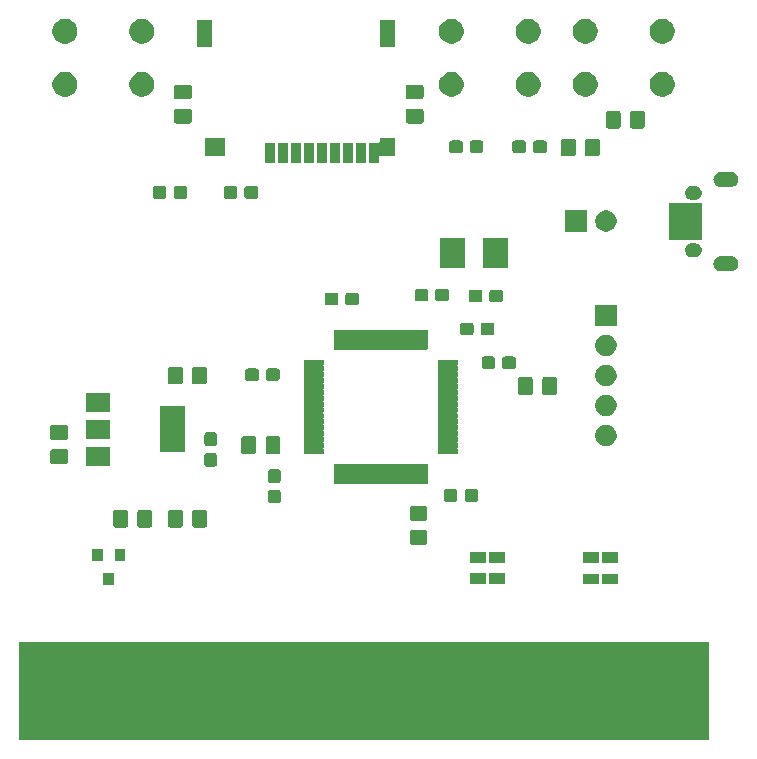
<source format=gts>
G04 #@! TF.GenerationSoftware,KiCad,Pcbnew,5.1.5+dfsg1-2build2*
G04 #@! TF.CreationDate,2020-05-22T20:54:53+02:00*
G04 #@! TF.ProjectId,KungFuFlash,4b756e67-4675-4466-9c61-73682e6b6963,1*
G04 #@! TF.SameCoordinates,Original*
G04 #@! TF.FileFunction,Soldermask,Top*
G04 #@! TF.FilePolarity,Negative*
%FSLAX46Y46*%
G04 Gerber Fmt 4.6, Leading zero omitted, Abs format (unit mm)*
G04 Created by KiCad (PCBNEW 5.1.5+dfsg1-2build2) date 2020-05-22 20:54:53*
%MOMM*%
%LPD*%
G04 APERTURE LIST*
%ADD10C,0.100000*%
G04 APERTURE END LIST*
D10*
G36*
X79096553Y-122078435D02*
G01*
X79118164Y-122089986D01*
X79141613Y-122097099D01*
X79165999Y-122099501D01*
X79830001Y-122099501D01*
X79854387Y-122097099D01*
X79877836Y-122089986D01*
X79899447Y-122078435D01*
X79909449Y-122070227D01*
X81626551Y-122070227D01*
X81636553Y-122078435D01*
X81658164Y-122089986D01*
X81681613Y-122097099D01*
X81705999Y-122099501D01*
X82370001Y-122099501D01*
X82394387Y-122097099D01*
X82417836Y-122089986D01*
X82439447Y-122078435D01*
X82449449Y-122070227D01*
X84166551Y-122070227D01*
X84176553Y-122078435D01*
X84198164Y-122089986D01*
X84221613Y-122097099D01*
X84245999Y-122099501D01*
X84910001Y-122099501D01*
X84934387Y-122097099D01*
X84957836Y-122089986D01*
X84979447Y-122078435D01*
X84989449Y-122070227D01*
X86706551Y-122070227D01*
X86716553Y-122078435D01*
X86738164Y-122089986D01*
X86761613Y-122097099D01*
X86785999Y-122099501D01*
X87450001Y-122099501D01*
X87474387Y-122097099D01*
X87497836Y-122089986D01*
X87519447Y-122078435D01*
X87529449Y-122070227D01*
X89246551Y-122070227D01*
X89256553Y-122078435D01*
X89278164Y-122089986D01*
X89301613Y-122097099D01*
X89325999Y-122099501D01*
X89990001Y-122099501D01*
X90014387Y-122097099D01*
X90037836Y-122089986D01*
X90059447Y-122078435D01*
X90069449Y-122070227D01*
X91786551Y-122070227D01*
X91796553Y-122078435D01*
X91818164Y-122089986D01*
X91841613Y-122097099D01*
X91865999Y-122099501D01*
X92530001Y-122099501D01*
X92554387Y-122097099D01*
X92577836Y-122089986D01*
X92599447Y-122078435D01*
X92609449Y-122070227D01*
X94326551Y-122070227D01*
X94336553Y-122078435D01*
X94358164Y-122089986D01*
X94381613Y-122097099D01*
X94405999Y-122099501D01*
X95070001Y-122099501D01*
X95094387Y-122097099D01*
X95117836Y-122089986D01*
X95139447Y-122078435D01*
X95149449Y-122070227D01*
X96866551Y-122070227D01*
X96876553Y-122078435D01*
X96898164Y-122089986D01*
X96921613Y-122097099D01*
X96945999Y-122099501D01*
X97610001Y-122099501D01*
X97634387Y-122097099D01*
X97657836Y-122089986D01*
X97679447Y-122078435D01*
X97689449Y-122070227D01*
X99406551Y-122070227D01*
X99416553Y-122078435D01*
X99438164Y-122089986D01*
X99461613Y-122097099D01*
X99485999Y-122099501D01*
X100150001Y-122099501D01*
X100174387Y-122097099D01*
X100197836Y-122089986D01*
X100219447Y-122078435D01*
X100229449Y-122070227D01*
X101946551Y-122070227D01*
X101956553Y-122078435D01*
X101978164Y-122089986D01*
X102001613Y-122097099D01*
X102025999Y-122099501D01*
X102690001Y-122099501D01*
X102714387Y-122097099D01*
X102737836Y-122089986D01*
X102759447Y-122078435D01*
X102769449Y-122070227D01*
X104486551Y-122070227D01*
X104496553Y-122078435D01*
X104518164Y-122089986D01*
X104541613Y-122097099D01*
X104565999Y-122099501D01*
X105230001Y-122099501D01*
X105254387Y-122097099D01*
X105277836Y-122089986D01*
X105299447Y-122078435D01*
X105309449Y-122070227D01*
X107026551Y-122070227D01*
X107036553Y-122078435D01*
X107058164Y-122089986D01*
X107081613Y-122097099D01*
X107105999Y-122099501D01*
X107770001Y-122099501D01*
X107794387Y-122097099D01*
X107817836Y-122089986D01*
X107839447Y-122078435D01*
X107849449Y-122070227D01*
X109566551Y-122070227D01*
X109576553Y-122078435D01*
X109598164Y-122089986D01*
X109621613Y-122097099D01*
X109645999Y-122099501D01*
X110310001Y-122099501D01*
X110334387Y-122097099D01*
X110357836Y-122089986D01*
X110379447Y-122078435D01*
X110389449Y-122070227D01*
X112106551Y-122070227D01*
X112116553Y-122078435D01*
X112138164Y-122089986D01*
X112161613Y-122097099D01*
X112185999Y-122099501D01*
X112850001Y-122099501D01*
X112874387Y-122097099D01*
X112897836Y-122089986D01*
X112919447Y-122078435D01*
X112929449Y-122070227D01*
X114646551Y-122070227D01*
X114656553Y-122078435D01*
X114678164Y-122089986D01*
X114701613Y-122097099D01*
X114725999Y-122099501D01*
X115390001Y-122099501D01*
X115414387Y-122097099D01*
X115437836Y-122089986D01*
X115459447Y-122078435D01*
X115469449Y-122070227D01*
X117186551Y-122070227D01*
X117196553Y-122078435D01*
X117218164Y-122089986D01*
X117241613Y-122097099D01*
X117265999Y-122099501D01*
X117930001Y-122099501D01*
X117954387Y-122097099D01*
X117977836Y-122089986D01*
X117999447Y-122078435D01*
X118009449Y-122070227D01*
X119726551Y-122070227D01*
X119736553Y-122078435D01*
X119758164Y-122089986D01*
X119781613Y-122097099D01*
X119805999Y-122099501D01*
X120470001Y-122099501D01*
X120494387Y-122097099D01*
X120517836Y-122089986D01*
X120539447Y-122078435D01*
X120549449Y-122070227D01*
X122266551Y-122070227D01*
X122276553Y-122078435D01*
X122298164Y-122089986D01*
X122321613Y-122097099D01*
X122345999Y-122099501D01*
X123010001Y-122099501D01*
X123034387Y-122097099D01*
X123057836Y-122089986D01*
X123079447Y-122078435D01*
X123089449Y-122070227D01*
X124806551Y-122070227D01*
X124816553Y-122078435D01*
X124838164Y-122089986D01*
X124861613Y-122097099D01*
X124885999Y-122099501D01*
X125550001Y-122099501D01*
X125574387Y-122097099D01*
X125597836Y-122089986D01*
X125619447Y-122078435D01*
X125629449Y-122070227D01*
X127346551Y-122070227D01*
X127356553Y-122078435D01*
X127378164Y-122089986D01*
X127401613Y-122097099D01*
X127425999Y-122099501D01*
X128090001Y-122099501D01*
X128114387Y-122097099D01*
X128137836Y-122089986D01*
X128159447Y-122078435D01*
X128169449Y-122070227D01*
X129886551Y-122070227D01*
X129896553Y-122078435D01*
X129918164Y-122089986D01*
X129941613Y-122097099D01*
X129965999Y-122099501D01*
X130630001Y-122099501D01*
X130654387Y-122097099D01*
X130677836Y-122089986D01*
X130699447Y-122078435D01*
X130709449Y-122070227D01*
X132426551Y-122070227D01*
X132436553Y-122078435D01*
X132458164Y-122089986D01*
X132481613Y-122097099D01*
X132505999Y-122099501D01*
X134108000Y-122099501D01*
X134108000Y-130399501D01*
X75688000Y-130399501D01*
X75688000Y-122099501D01*
X77290001Y-122099501D01*
X77314387Y-122097099D01*
X77337836Y-122089986D01*
X77359447Y-122078435D01*
X77369449Y-122070227D01*
X79086551Y-122070227D01*
X79096553Y-122078435D01*
G37*
G36*
X83763000Y-117214000D02*
G01*
X82861000Y-117214000D01*
X82861000Y-116212000D01*
X83763000Y-116212000D01*
X83763000Y-117214000D01*
G37*
G36*
X124812500Y-117186000D02*
G01*
X123460500Y-117186000D01*
X123460500Y-116284000D01*
X124812500Y-116284000D01*
X124812500Y-117186000D01*
G37*
G36*
X126462500Y-117186000D02*
G01*
X125110500Y-117186000D01*
X125110500Y-116284000D01*
X126462500Y-116284000D01*
X126462500Y-117186000D01*
G37*
G36*
X116887000Y-117164000D02*
G01*
X115535000Y-117164000D01*
X115535000Y-116262000D01*
X116887000Y-116262000D01*
X116887000Y-117164000D01*
G37*
G36*
X115237000Y-117164000D02*
G01*
X113885000Y-117164000D01*
X113885000Y-116262000D01*
X115237000Y-116262000D01*
X115237000Y-117164000D01*
G37*
G36*
X124812500Y-115386000D02*
G01*
X123460500Y-115386000D01*
X123460500Y-114484000D01*
X124812500Y-114484000D01*
X124812500Y-115386000D01*
G37*
G36*
X126462500Y-115386000D02*
G01*
X125110500Y-115386000D01*
X125110500Y-114484000D01*
X126462500Y-114484000D01*
X126462500Y-115386000D01*
G37*
G36*
X116887000Y-115364000D02*
G01*
X115535000Y-115364000D01*
X115535000Y-114462000D01*
X116887000Y-114462000D01*
X116887000Y-115364000D01*
G37*
G36*
X115237000Y-115364000D02*
G01*
X113885000Y-115364000D01*
X113885000Y-114462000D01*
X115237000Y-114462000D01*
X115237000Y-115364000D01*
G37*
G36*
X82813000Y-115214000D02*
G01*
X81911000Y-115214000D01*
X81911000Y-114212000D01*
X82813000Y-114212000D01*
X82813000Y-115214000D01*
G37*
G36*
X84713000Y-115214000D02*
G01*
X83811000Y-115214000D01*
X83811000Y-114212000D01*
X84713000Y-114212000D01*
X84713000Y-115214000D01*
G37*
G36*
X110126174Y-112598965D02*
G01*
X110163867Y-112610399D01*
X110198603Y-112628966D01*
X110229048Y-112653952D01*
X110254034Y-112684397D01*
X110272601Y-112719133D01*
X110284035Y-112756826D01*
X110288500Y-112802161D01*
X110288500Y-113638839D01*
X110284035Y-113684174D01*
X110272601Y-113721867D01*
X110254034Y-113756603D01*
X110229048Y-113787048D01*
X110198603Y-113812034D01*
X110163867Y-113830601D01*
X110126174Y-113842035D01*
X110080839Y-113846500D01*
X108994161Y-113846500D01*
X108948826Y-113842035D01*
X108911133Y-113830601D01*
X108876397Y-113812034D01*
X108845952Y-113787048D01*
X108820966Y-113756603D01*
X108802399Y-113721867D01*
X108790965Y-113684174D01*
X108786500Y-113638839D01*
X108786500Y-112802161D01*
X108790965Y-112756826D01*
X108802399Y-112719133D01*
X108820966Y-112684397D01*
X108845952Y-112653952D01*
X108876397Y-112628966D01*
X108911133Y-112610399D01*
X108948826Y-112598965D01*
X108994161Y-112594500D01*
X110080839Y-112594500D01*
X110126174Y-112598965D01*
G37*
G36*
X91477174Y-110886465D02*
G01*
X91514867Y-110897899D01*
X91549603Y-110916466D01*
X91580048Y-110941452D01*
X91605034Y-110971897D01*
X91623601Y-111006633D01*
X91635035Y-111044326D01*
X91639500Y-111089661D01*
X91639500Y-112176339D01*
X91635035Y-112221674D01*
X91623601Y-112259367D01*
X91605034Y-112294103D01*
X91580048Y-112324548D01*
X91549603Y-112349534D01*
X91514867Y-112368101D01*
X91477174Y-112379535D01*
X91431839Y-112384000D01*
X90595161Y-112384000D01*
X90549826Y-112379535D01*
X90512133Y-112368101D01*
X90477397Y-112349534D01*
X90446952Y-112324548D01*
X90421966Y-112294103D01*
X90403399Y-112259367D01*
X90391965Y-112221674D01*
X90387500Y-112176339D01*
X90387500Y-111089661D01*
X90391965Y-111044326D01*
X90403399Y-111006633D01*
X90421966Y-110971897D01*
X90446952Y-110941452D01*
X90477397Y-110916466D01*
X90512133Y-110897899D01*
X90549826Y-110886465D01*
X90595161Y-110882000D01*
X91431839Y-110882000D01*
X91477174Y-110886465D01*
G37*
G36*
X89427174Y-110886465D02*
G01*
X89464867Y-110897899D01*
X89499603Y-110916466D01*
X89530048Y-110941452D01*
X89555034Y-110971897D01*
X89573601Y-111006633D01*
X89585035Y-111044326D01*
X89589500Y-111089661D01*
X89589500Y-112176339D01*
X89585035Y-112221674D01*
X89573601Y-112259367D01*
X89555034Y-112294103D01*
X89530048Y-112324548D01*
X89499603Y-112349534D01*
X89464867Y-112368101D01*
X89427174Y-112379535D01*
X89381839Y-112384000D01*
X88545161Y-112384000D01*
X88499826Y-112379535D01*
X88462133Y-112368101D01*
X88427397Y-112349534D01*
X88396952Y-112324548D01*
X88371966Y-112294103D01*
X88353399Y-112259367D01*
X88341965Y-112221674D01*
X88337500Y-112176339D01*
X88337500Y-111089661D01*
X88341965Y-111044326D01*
X88353399Y-111006633D01*
X88371966Y-110971897D01*
X88396952Y-110941452D01*
X88427397Y-110916466D01*
X88462133Y-110897899D01*
X88499826Y-110886465D01*
X88545161Y-110882000D01*
X89381839Y-110882000D01*
X89427174Y-110886465D01*
G37*
G36*
X86832674Y-110886465D02*
G01*
X86870367Y-110897899D01*
X86905103Y-110916466D01*
X86935548Y-110941452D01*
X86960534Y-110971897D01*
X86979101Y-111006633D01*
X86990535Y-111044326D01*
X86995000Y-111089661D01*
X86995000Y-112176339D01*
X86990535Y-112221674D01*
X86979101Y-112259367D01*
X86960534Y-112294103D01*
X86935548Y-112324548D01*
X86905103Y-112349534D01*
X86870367Y-112368101D01*
X86832674Y-112379535D01*
X86787339Y-112384000D01*
X85950661Y-112384000D01*
X85905326Y-112379535D01*
X85867633Y-112368101D01*
X85832897Y-112349534D01*
X85802452Y-112324548D01*
X85777466Y-112294103D01*
X85758899Y-112259367D01*
X85747465Y-112221674D01*
X85743000Y-112176339D01*
X85743000Y-111089661D01*
X85747465Y-111044326D01*
X85758899Y-111006633D01*
X85777466Y-110971897D01*
X85802452Y-110941452D01*
X85832897Y-110916466D01*
X85867633Y-110897899D01*
X85905326Y-110886465D01*
X85950661Y-110882000D01*
X86787339Y-110882000D01*
X86832674Y-110886465D01*
G37*
G36*
X84782674Y-110886465D02*
G01*
X84820367Y-110897899D01*
X84855103Y-110916466D01*
X84885548Y-110941452D01*
X84910534Y-110971897D01*
X84929101Y-111006633D01*
X84940535Y-111044326D01*
X84945000Y-111089661D01*
X84945000Y-112176339D01*
X84940535Y-112221674D01*
X84929101Y-112259367D01*
X84910534Y-112294103D01*
X84885548Y-112324548D01*
X84855103Y-112349534D01*
X84820367Y-112368101D01*
X84782674Y-112379535D01*
X84737339Y-112384000D01*
X83900661Y-112384000D01*
X83855326Y-112379535D01*
X83817633Y-112368101D01*
X83782897Y-112349534D01*
X83752452Y-112324548D01*
X83727466Y-112294103D01*
X83708899Y-112259367D01*
X83697465Y-112221674D01*
X83693000Y-112176339D01*
X83693000Y-111089661D01*
X83697465Y-111044326D01*
X83708899Y-111006633D01*
X83727466Y-110971897D01*
X83752452Y-110941452D01*
X83782897Y-110916466D01*
X83817633Y-110897899D01*
X83855326Y-110886465D01*
X83900661Y-110882000D01*
X84737339Y-110882000D01*
X84782674Y-110886465D01*
G37*
G36*
X110126174Y-110548965D02*
G01*
X110163867Y-110560399D01*
X110198603Y-110578966D01*
X110229048Y-110603952D01*
X110254034Y-110634397D01*
X110272601Y-110669133D01*
X110284035Y-110706826D01*
X110288500Y-110752161D01*
X110288500Y-111588839D01*
X110284035Y-111634174D01*
X110272601Y-111671867D01*
X110254034Y-111706603D01*
X110229048Y-111737048D01*
X110198603Y-111762034D01*
X110163867Y-111780601D01*
X110126174Y-111792035D01*
X110080839Y-111796500D01*
X108994161Y-111796500D01*
X108948826Y-111792035D01*
X108911133Y-111780601D01*
X108876397Y-111762034D01*
X108845952Y-111737048D01*
X108820966Y-111706603D01*
X108802399Y-111671867D01*
X108790965Y-111634174D01*
X108786500Y-111588839D01*
X108786500Y-110752161D01*
X108790965Y-110706826D01*
X108802399Y-110669133D01*
X108820966Y-110634397D01*
X108845952Y-110603952D01*
X108876397Y-110578966D01*
X108911133Y-110560399D01*
X108948826Y-110548965D01*
X108994161Y-110544500D01*
X110080839Y-110544500D01*
X110126174Y-110548965D01*
G37*
G36*
X97709999Y-109191945D02*
G01*
X97747495Y-109203320D01*
X97782054Y-109221792D01*
X97812347Y-109246653D01*
X97837208Y-109276946D01*
X97855680Y-109311505D01*
X97867055Y-109349001D01*
X97871500Y-109394138D01*
X97871500Y-110132862D01*
X97867055Y-110177999D01*
X97855680Y-110215495D01*
X97837208Y-110250054D01*
X97812347Y-110280347D01*
X97782054Y-110305208D01*
X97747495Y-110323680D01*
X97709999Y-110335055D01*
X97664862Y-110339500D01*
X97026138Y-110339500D01*
X96981001Y-110335055D01*
X96943505Y-110323680D01*
X96908946Y-110305208D01*
X96878653Y-110280347D01*
X96853792Y-110250054D01*
X96835320Y-110215495D01*
X96823945Y-110177999D01*
X96819500Y-110132862D01*
X96819500Y-109394138D01*
X96823945Y-109349001D01*
X96835320Y-109311505D01*
X96853792Y-109276946D01*
X96878653Y-109246653D01*
X96908946Y-109221792D01*
X96943505Y-109203320D01*
X96981001Y-109191945D01*
X97026138Y-109187500D01*
X97664862Y-109187500D01*
X97709999Y-109191945D01*
G37*
G36*
X114432499Y-109142945D02*
G01*
X114469995Y-109154320D01*
X114504554Y-109172792D01*
X114534847Y-109197653D01*
X114559708Y-109227946D01*
X114578180Y-109262505D01*
X114589555Y-109300001D01*
X114594000Y-109345138D01*
X114594000Y-109983862D01*
X114589555Y-110028999D01*
X114578180Y-110066495D01*
X114559708Y-110101054D01*
X114534847Y-110131347D01*
X114504554Y-110156208D01*
X114469995Y-110174680D01*
X114432499Y-110186055D01*
X114387362Y-110190500D01*
X113648638Y-110190500D01*
X113603501Y-110186055D01*
X113566005Y-110174680D01*
X113531446Y-110156208D01*
X113501153Y-110131347D01*
X113476292Y-110101054D01*
X113457820Y-110066495D01*
X113446445Y-110028999D01*
X113442000Y-109983862D01*
X113442000Y-109345138D01*
X113446445Y-109300001D01*
X113457820Y-109262505D01*
X113476292Y-109227946D01*
X113501153Y-109197653D01*
X113531446Y-109172792D01*
X113566005Y-109154320D01*
X113603501Y-109142945D01*
X113648638Y-109138500D01*
X114387362Y-109138500D01*
X114432499Y-109142945D01*
G37*
G36*
X112682499Y-109142945D02*
G01*
X112719995Y-109154320D01*
X112754554Y-109172792D01*
X112784847Y-109197653D01*
X112809708Y-109227946D01*
X112828180Y-109262505D01*
X112839555Y-109300001D01*
X112844000Y-109345138D01*
X112844000Y-109983862D01*
X112839555Y-110028999D01*
X112828180Y-110066495D01*
X112809708Y-110101054D01*
X112784847Y-110131347D01*
X112754554Y-110156208D01*
X112719995Y-110174680D01*
X112682499Y-110186055D01*
X112637362Y-110190500D01*
X111898638Y-110190500D01*
X111853501Y-110186055D01*
X111816005Y-110174680D01*
X111781446Y-110156208D01*
X111751153Y-110131347D01*
X111726292Y-110101054D01*
X111707820Y-110066495D01*
X111696445Y-110028999D01*
X111692000Y-109983862D01*
X111692000Y-109345138D01*
X111696445Y-109300001D01*
X111707820Y-109262505D01*
X111726292Y-109227946D01*
X111751153Y-109197653D01*
X111781446Y-109172792D01*
X111816005Y-109154320D01*
X111853501Y-109142945D01*
X111898638Y-109138500D01*
X112637362Y-109138500D01*
X112682499Y-109142945D01*
G37*
G36*
X102782795Y-107021823D02*
G01*
X102789809Y-107023951D01*
X102803577Y-107031310D01*
X102826216Y-107040687D01*
X102850249Y-107045467D01*
X102874753Y-107045467D01*
X102898786Y-107040686D01*
X102921423Y-107031310D01*
X102935191Y-107023951D01*
X102942205Y-107021823D01*
X102955640Y-107020500D01*
X103269360Y-107020500D01*
X103282795Y-107021823D01*
X103289809Y-107023951D01*
X103303577Y-107031310D01*
X103326216Y-107040687D01*
X103350249Y-107045467D01*
X103374753Y-107045467D01*
X103398786Y-107040686D01*
X103421423Y-107031310D01*
X103435191Y-107023951D01*
X103442205Y-107021823D01*
X103455640Y-107020500D01*
X103769360Y-107020500D01*
X103782795Y-107021823D01*
X103789809Y-107023951D01*
X103803577Y-107031310D01*
X103826216Y-107040687D01*
X103850249Y-107045467D01*
X103874753Y-107045467D01*
X103898786Y-107040686D01*
X103921423Y-107031310D01*
X103935191Y-107023951D01*
X103942205Y-107021823D01*
X103955640Y-107020500D01*
X104269360Y-107020500D01*
X104282795Y-107021823D01*
X104289809Y-107023951D01*
X104303577Y-107031310D01*
X104326216Y-107040687D01*
X104350249Y-107045467D01*
X104374753Y-107045467D01*
X104398786Y-107040686D01*
X104421423Y-107031310D01*
X104435191Y-107023951D01*
X104442205Y-107021823D01*
X104455640Y-107020500D01*
X104769360Y-107020500D01*
X104782795Y-107021823D01*
X104789809Y-107023951D01*
X104803577Y-107031310D01*
X104826216Y-107040687D01*
X104850249Y-107045467D01*
X104874753Y-107045467D01*
X104898786Y-107040686D01*
X104921423Y-107031310D01*
X104935191Y-107023951D01*
X104942205Y-107021823D01*
X104955640Y-107020500D01*
X105269360Y-107020500D01*
X105282795Y-107021823D01*
X105289809Y-107023951D01*
X105303577Y-107031310D01*
X105326216Y-107040687D01*
X105350249Y-107045467D01*
X105374753Y-107045467D01*
X105398786Y-107040686D01*
X105421423Y-107031310D01*
X105435191Y-107023951D01*
X105442205Y-107021823D01*
X105455640Y-107020500D01*
X105769360Y-107020500D01*
X105782795Y-107021823D01*
X105789809Y-107023951D01*
X105803577Y-107031310D01*
X105826216Y-107040687D01*
X105850249Y-107045467D01*
X105874753Y-107045467D01*
X105898786Y-107040686D01*
X105921423Y-107031310D01*
X105935191Y-107023951D01*
X105942205Y-107021823D01*
X105955640Y-107020500D01*
X106269360Y-107020500D01*
X106282795Y-107021823D01*
X106289809Y-107023951D01*
X106303577Y-107031310D01*
X106326216Y-107040687D01*
X106350249Y-107045467D01*
X106374753Y-107045467D01*
X106398786Y-107040686D01*
X106421423Y-107031310D01*
X106435191Y-107023951D01*
X106442205Y-107021823D01*
X106455640Y-107020500D01*
X106769360Y-107020500D01*
X106782795Y-107021823D01*
X106789809Y-107023951D01*
X106803577Y-107031310D01*
X106826216Y-107040687D01*
X106850249Y-107045467D01*
X106874753Y-107045467D01*
X106898786Y-107040686D01*
X106921423Y-107031310D01*
X106935191Y-107023951D01*
X106942205Y-107021823D01*
X106955640Y-107020500D01*
X107269360Y-107020500D01*
X107282795Y-107021823D01*
X107289809Y-107023951D01*
X107303577Y-107031310D01*
X107326216Y-107040687D01*
X107350249Y-107045467D01*
X107374753Y-107045467D01*
X107398786Y-107040686D01*
X107421423Y-107031310D01*
X107435191Y-107023951D01*
X107442205Y-107021823D01*
X107455640Y-107020500D01*
X107769360Y-107020500D01*
X107782795Y-107021823D01*
X107789809Y-107023951D01*
X107803577Y-107031310D01*
X107826216Y-107040687D01*
X107850249Y-107045467D01*
X107874753Y-107045467D01*
X107898786Y-107040686D01*
X107921423Y-107031310D01*
X107935191Y-107023951D01*
X107942205Y-107021823D01*
X107955640Y-107020500D01*
X108269360Y-107020500D01*
X108282795Y-107021823D01*
X108289809Y-107023951D01*
X108303577Y-107031310D01*
X108326216Y-107040687D01*
X108350249Y-107045467D01*
X108374753Y-107045467D01*
X108398786Y-107040686D01*
X108421423Y-107031310D01*
X108435191Y-107023951D01*
X108442205Y-107021823D01*
X108455640Y-107020500D01*
X108769360Y-107020500D01*
X108782795Y-107021823D01*
X108789809Y-107023951D01*
X108803577Y-107031310D01*
X108826216Y-107040687D01*
X108850249Y-107045467D01*
X108874753Y-107045467D01*
X108898786Y-107040686D01*
X108921423Y-107031310D01*
X108935191Y-107023951D01*
X108942205Y-107021823D01*
X108955640Y-107020500D01*
X109269360Y-107020500D01*
X109282795Y-107021823D01*
X109289809Y-107023951D01*
X109303577Y-107031310D01*
X109326216Y-107040687D01*
X109350249Y-107045467D01*
X109374753Y-107045467D01*
X109398786Y-107040686D01*
X109421423Y-107031310D01*
X109435191Y-107023951D01*
X109442205Y-107021823D01*
X109455640Y-107020500D01*
X109769360Y-107020500D01*
X109782795Y-107021823D01*
X109789809Y-107023951D01*
X109803577Y-107031310D01*
X109826216Y-107040687D01*
X109850249Y-107045467D01*
X109874753Y-107045467D01*
X109898786Y-107040686D01*
X109921423Y-107031310D01*
X109935191Y-107023951D01*
X109942205Y-107021823D01*
X109955640Y-107020500D01*
X110269360Y-107020500D01*
X110282795Y-107021823D01*
X110289810Y-107023951D01*
X110296276Y-107027408D01*
X110301942Y-107032058D01*
X110306592Y-107037724D01*
X110310049Y-107044190D01*
X110312177Y-107051205D01*
X110313500Y-107064640D01*
X110313500Y-108628360D01*
X110312177Y-108641795D01*
X110310049Y-108648810D01*
X110306592Y-108655276D01*
X110301942Y-108660942D01*
X110296276Y-108665592D01*
X110289810Y-108669049D01*
X110282795Y-108671177D01*
X110269360Y-108672500D01*
X109955640Y-108672500D01*
X109942205Y-108671177D01*
X109935191Y-108669049D01*
X109921423Y-108661690D01*
X109898784Y-108652313D01*
X109874751Y-108647533D01*
X109850247Y-108647533D01*
X109826214Y-108652314D01*
X109803577Y-108661690D01*
X109789809Y-108669049D01*
X109782795Y-108671177D01*
X109769360Y-108672500D01*
X109455640Y-108672500D01*
X109442205Y-108671177D01*
X109435191Y-108669049D01*
X109421423Y-108661690D01*
X109398784Y-108652313D01*
X109374751Y-108647533D01*
X109350247Y-108647533D01*
X109326214Y-108652314D01*
X109303577Y-108661690D01*
X109289809Y-108669049D01*
X109282795Y-108671177D01*
X109269360Y-108672500D01*
X108955640Y-108672500D01*
X108942205Y-108671177D01*
X108935191Y-108669049D01*
X108921423Y-108661690D01*
X108898784Y-108652313D01*
X108874751Y-108647533D01*
X108850247Y-108647533D01*
X108826214Y-108652314D01*
X108803577Y-108661690D01*
X108789809Y-108669049D01*
X108782795Y-108671177D01*
X108769360Y-108672500D01*
X108455640Y-108672500D01*
X108442205Y-108671177D01*
X108435191Y-108669049D01*
X108421423Y-108661690D01*
X108398784Y-108652313D01*
X108374751Y-108647533D01*
X108350247Y-108647533D01*
X108326214Y-108652314D01*
X108303577Y-108661690D01*
X108289809Y-108669049D01*
X108282795Y-108671177D01*
X108269360Y-108672500D01*
X107955640Y-108672500D01*
X107942205Y-108671177D01*
X107935191Y-108669049D01*
X107921423Y-108661690D01*
X107898784Y-108652313D01*
X107874751Y-108647533D01*
X107850247Y-108647533D01*
X107826214Y-108652314D01*
X107803577Y-108661690D01*
X107789809Y-108669049D01*
X107782795Y-108671177D01*
X107769360Y-108672500D01*
X107455640Y-108672500D01*
X107442205Y-108671177D01*
X107435191Y-108669049D01*
X107421423Y-108661690D01*
X107398784Y-108652313D01*
X107374751Y-108647533D01*
X107350247Y-108647533D01*
X107326214Y-108652314D01*
X107303577Y-108661690D01*
X107289809Y-108669049D01*
X107282795Y-108671177D01*
X107269360Y-108672500D01*
X106955640Y-108672500D01*
X106942205Y-108671177D01*
X106935191Y-108669049D01*
X106921423Y-108661690D01*
X106898784Y-108652313D01*
X106874751Y-108647533D01*
X106850247Y-108647533D01*
X106826214Y-108652314D01*
X106803577Y-108661690D01*
X106789809Y-108669049D01*
X106782795Y-108671177D01*
X106769360Y-108672500D01*
X106455640Y-108672500D01*
X106442205Y-108671177D01*
X106435191Y-108669049D01*
X106421423Y-108661690D01*
X106398784Y-108652313D01*
X106374751Y-108647533D01*
X106350247Y-108647533D01*
X106326214Y-108652314D01*
X106303577Y-108661690D01*
X106289809Y-108669049D01*
X106282795Y-108671177D01*
X106269360Y-108672500D01*
X105955640Y-108672500D01*
X105942205Y-108671177D01*
X105935191Y-108669049D01*
X105921423Y-108661690D01*
X105898784Y-108652313D01*
X105874751Y-108647533D01*
X105850247Y-108647533D01*
X105826214Y-108652314D01*
X105803577Y-108661690D01*
X105789809Y-108669049D01*
X105782795Y-108671177D01*
X105769360Y-108672500D01*
X105455640Y-108672500D01*
X105442205Y-108671177D01*
X105435191Y-108669049D01*
X105421423Y-108661690D01*
X105398784Y-108652313D01*
X105374751Y-108647533D01*
X105350247Y-108647533D01*
X105326214Y-108652314D01*
X105303577Y-108661690D01*
X105289809Y-108669049D01*
X105282795Y-108671177D01*
X105269360Y-108672500D01*
X104955640Y-108672500D01*
X104942205Y-108671177D01*
X104935191Y-108669049D01*
X104921423Y-108661690D01*
X104898784Y-108652313D01*
X104874751Y-108647533D01*
X104850247Y-108647533D01*
X104826214Y-108652314D01*
X104803577Y-108661690D01*
X104789809Y-108669049D01*
X104782795Y-108671177D01*
X104769360Y-108672500D01*
X104455640Y-108672500D01*
X104442205Y-108671177D01*
X104435191Y-108669049D01*
X104421423Y-108661690D01*
X104398784Y-108652313D01*
X104374751Y-108647533D01*
X104350247Y-108647533D01*
X104326214Y-108652314D01*
X104303577Y-108661690D01*
X104289809Y-108669049D01*
X104282795Y-108671177D01*
X104269360Y-108672500D01*
X103955640Y-108672500D01*
X103942205Y-108671177D01*
X103935191Y-108669049D01*
X103921423Y-108661690D01*
X103898784Y-108652313D01*
X103874751Y-108647533D01*
X103850247Y-108647533D01*
X103826214Y-108652314D01*
X103803577Y-108661690D01*
X103789809Y-108669049D01*
X103782795Y-108671177D01*
X103769360Y-108672500D01*
X103455640Y-108672500D01*
X103442205Y-108671177D01*
X103435191Y-108669049D01*
X103421423Y-108661690D01*
X103398784Y-108652313D01*
X103374751Y-108647533D01*
X103350247Y-108647533D01*
X103326214Y-108652314D01*
X103303577Y-108661690D01*
X103289809Y-108669049D01*
X103282795Y-108671177D01*
X103269360Y-108672500D01*
X102955640Y-108672500D01*
X102942205Y-108671177D01*
X102935191Y-108669049D01*
X102921423Y-108661690D01*
X102898784Y-108652313D01*
X102874751Y-108647533D01*
X102850247Y-108647533D01*
X102826214Y-108652314D01*
X102803577Y-108661690D01*
X102789809Y-108669049D01*
X102782795Y-108671177D01*
X102769360Y-108672500D01*
X102455640Y-108672500D01*
X102442205Y-108671177D01*
X102435190Y-108669049D01*
X102428724Y-108665592D01*
X102423058Y-108660942D01*
X102418408Y-108655276D01*
X102414951Y-108648810D01*
X102412823Y-108641795D01*
X102411500Y-108628360D01*
X102411500Y-107064640D01*
X102412823Y-107051205D01*
X102414951Y-107044190D01*
X102418408Y-107037724D01*
X102423058Y-107032058D01*
X102428724Y-107027408D01*
X102435190Y-107023951D01*
X102442205Y-107021823D01*
X102455640Y-107020500D01*
X102769360Y-107020500D01*
X102782795Y-107021823D01*
G37*
G36*
X97709999Y-107441945D02*
G01*
X97747495Y-107453320D01*
X97782054Y-107471792D01*
X97812347Y-107496653D01*
X97837208Y-107526946D01*
X97855680Y-107561505D01*
X97867055Y-107599001D01*
X97871500Y-107644138D01*
X97871500Y-108382862D01*
X97867055Y-108427999D01*
X97855680Y-108465495D01*
X97837208Y-108500054D01*
X97812347Y-108530347D01*
X97782054Y-108555208D01*
X97747495Y-108573680D01*
X97709999Y-108585055D01*
X97664862Y-108589500D01*
X97026138Y-108589500D01*
X96981001Y-108585055D01*
X96943505Y-108573680D01*
X96908946Y-108555208D01*
X96878653Y-108530347D01*
X96853792Y-108500054D01*
X96835320Y-108465495D01*
X96823945Y-108427999D01*
X96819500Y-108382862D01*
X96819500Y-107644138D01*
X96823945Y-107599001D01*
X96835320Y-107561505D01*
X96853792Y-107526946D01*
X96878653Y-107496653D01*
X96908946Y-107471792D01*
X96943505Y-107453320D01*
X96981001Y-107441945D01*
X97026138Y-107437500D01*
X97664862Y-107437500D01*
X97709999Y-107441945D01*
G37*
G36*
X92312499Y-106080445D02*
G01*
X92349995Y-106091820D01*
X92384554Y-106110292D01*
X92414847Y-106135153D01*
X92439708Y-106165446D01*
X92458180Y-106200005D01*
X92469555Y-106237501D01*
X92474000Y-106282638D01*
X92474000Y-107021362D01*
X92469555Y-107066499D01*
X92458180Y-107103995D01*
X92439708Y-107138554D01*
X92414847Y-107168847D01*
X92384554Y-107193708D01*
X92349995Y-107212180D01*
X92312499Y-107223555D01*
X92267362Y-107228000D01*
X91628638Y-107228000D01*
X91583501Y-107223555D01*
X91546005Y-107212180D01*
X91511446Y-107193708D01*
X91481153Y-107168847D01*
X91456292Y-107138554D01*
X91437820Y-107103995D01*
X91426445Y-107066499D01*
X91422000Y-107021362D01*
X91422000Y-106282638D01*
X91426445Y-106237501D01*
X91437820Y-106200005D01*
X91456292Y-106165446D01*
X91481153Y-106135153D01*
X91511446Y-106110292D01*
X91546005Y-106091820D01*
X91583501Y-106080445D01*
X91628638Y-106076000D01*
X92267362Y-106076000D01*
X92312499Y-106080445D01*
G37*
G36*
X83460500Y-107177500D02*
G01*
X81358500Y-107177500D01*
X81358500Y-105575500D01*
X83460500Y-105575500D01*
X83460500Y-107177500D01*
G37*
G36*
X79709674Y-105749965D02*
G01*
X79747367Y-105761399D01*
X79782103Y-105779966D01*
X79812548Y-105804952D01*
X79837534Y-105835397D01*
X79856101Y-105870133D01*
X79867535Y-105907826D01*
X79872000Y-105953161D01*
X79872000Y-106789839D01*
X79867535Y-106835174D01*
X79856101Y-106872867D01*
X79837534Y-106907603D01*
X79812548Y-106938048D01*
X79782103Y-106963034D01*
X79747367Y-106981601D01*
X79709674Y-106993035D01*
X79664339Y-106997500D01*
X78577661Y-106997500D01*
X78532326Y-106993035D01*
X78494633Y-106981601D01*
X78459897Y-106963034D01*
X78429452Y-106938048D01*
X78404466Y-106907603D01*
X78385899Y-106872867D01*
X78374465Y-106835174D01*
X78370000Y-106789839D01*
X78370000Y-105953161D01*
X78374465Y-105907826D01*
X78385899Y-105870133D01*
X78404466Y-105835397D01*
X78429452Y-105804952D01*
X78459897Y-105779966D01*
X78494633Y-105761399D01*
X78532326Y-105749965D01*
X78577661Y-105745500D01*
X79664339Y-105745500D01*
X79709674Y-105749965D01*
G37*
G36*
X97682174Y-104663465D02*
G01*
X97719867Y-104674899D01*
X97754603Y-104693466D01*
X97785048Y-104718452D01*
X97810034Y-104748897D01*
X97828601Y-104783633D01*
X97840035Y-104821326D01*
X97844500Y-104866661D01*
X97844500Y-105953339D01*
X97840035Y-105998674D01*
X97828601Y-106036367D01*
X97810034Y-106071103D01*
X97785048Y-106101548D01*
X97754603Y-106126534D01*
X97719867Y-106145101D01*
X97682174Y-106156535D01*
X97636839Y-106161000D01*
X96800161Y-106161000D01*
X96754826Y-106156535D01*
X96717133Y-106145101D01*
X96682397Y-106126534D01*
X96651952Y-106101548D01*
X96626966Y-106071103D01*
X96608399Y-106036367D01*
X96596965Y-105998674D01*
X96592500Y-105953339D01*
X96592500Y-104866661D01*
X96596965Y-104821326D01*
X96608399Y-104783633D01*
X96626966Y-104748897D01*
X96651952Y-104718452D01*
X96682397Y-104693466D01*
X96717133Y-104674899D01*
X96754826Y-104663465D01*
X96800161Y-104659000D01*
X97636839Y-104659000D01*
X97682174Y-104663465D01*
G37*
G36*
X95632174Y-104663465D02*
G01*
X95669867Y-104674899D01*
X95704603Y-104693466D01*
X95735048Y-104718452D01*
X95760034Y-104748897D01*
X95778601Y-104783633D01*
X95790035Y-104821326D01*
X95794500Y-104866661D01*
X95794500Y-105953339D01*
X95790035Y-105998674D01*
X95778601Y-106036367D01*
X95760034Y-106071103D01*
X95735048Y-106101548D01*
X95704603Y-106126534D01*
X95669867Y-106145101D01*
X95632174Y-106156535D01*
X95586839Y-106161000D01*
X94750161Y-106161000D01*
X94704826Y-106156535D01*
X94667133Y-106145101D01*
X94632397Y-106126534D01*
X94601952Y-106101548D01*
X94576966Y-106071103D01*
X94558399Y-106036367D01*
X94546965Y-105998674D01*
X94542500Y-105953339D01*
X94542500Y-104866661D01*
X94546965Y-104821326D01*
X94558399Y-104783633D01*
X94576966Y-104748897D01*
X94601952Y-104718452D01*
X94632397Y-104693466D01*
X94667133Y-104674899D01*
X94704826Y-104663465D01*
X94750161Y-104659000D01*
X95586839Y-104659000D01*
X95632174Y-104663465D01*
G37*
G36*
X101482795Y-98221823D02*
G01*
X101489810Y-98223951D01*
X101496276Y-98227408D01*
X101501942Y-98232058D01*
X101506592Y-98237724D01*
X101510049Y-98244190D01*
X101512177Y-98251205D01*
X101513500Y-98264640D01*
X101513500Y-98578360D01*
X101512177Y-98591795D01*
X101510049Y-98598809D01*
X101502690Y-98612577D01*
X101493313Y-98635216D01*
X101488533Y-98659249D01*
X101488533Y-98683753D01*
X101493314Y-98707786D01*
X101502690Y-98730423D01*
X101510049Y-98744191D01*
X101512177Y-98751205D01*
X101513500Y-98764640D01*
X101513500Y-99078360D01*
X101512177Y-99091795D01*
X101510049Y-99098809D01*
X101502690Y-99112577D01*
X101493313Y-99135216D01*
X101488533Y-99159249D01*
X101488533Y-99183753D01*
X101493314Y-99207786D01*
X101502690Y-99230423D01*
X101510049Y-99244191D01*
X101512177Y-99251205D01*
X101513500Y-99264640D01*
X101513500Y-99578360D01*
X101512177Y-99591795D01*
X101510049Y-99598809D01*
X101502690Y-99612577D01*
X101493313Y-99635216D01*
X101488533Y-99659249D01*
X101488533Y-99683753D01*
X101493314Y-99707786D01*
X101502690Y-99730423D01*
X101510049Y-99744191D01*
X101512177Y-99751205D01*
X101513500Y-99764640D01*
X101513500Y-100078360D01*
X101512177Y-100091795D01*
X101510049Y-100098809D01*
X101502690Y-100112577D01*
X101493313Y-100135216D01*
X101488533Y-100159249D01*
X101488533Y-100183753D01*
X101493314Y-100207786D01*
X101502690Y-100230423D01*
X101510049Y-100244191D01*
X101512177Y-100251205D01*
X101513500Y-100264640D01*
X101513500Y-100578360D01*
X101512177Y-100591795D01*
X101510049Y-100598809D01*
X101502690Y-100612577D01*
X101493313Y-100635216D01*
X101488533Y-100659249D01*
X101488533Y-100683753D01*
X101493314Y-100707786D01*
X101502690Y-100730423D01*
X101510049Y-100744191D01*
X101512177Y-100751205D01*
X101513500Y-100764640D01*
X101513500Y-101078360D01*
X101512177Y-101091795D01*
X101510049Y-101098809D01*
X101502690Y-101112577D01*
X101493313Y-101135216D01*
X101488533Y-101159249D01*
X101488533Y-101183753D01*
X101493314Y-101207786D01*
X101502690Y-101230423D01*
X101510049Y-101244191D01*
X101512177Y-101251205D01*
X101513500Y-101264640D01*
X101513500Y-101578360D01*
X101512177Y-101591795D01*
X101510049Y-101598809D01*
X101502690Y-101612577D01*
X101493313Y-101635216D01*
X101488533Y-101659249D01*
X101488533Y-101683753D01*
X101493314Y-101707786D01*
X101502690Y-101730423D01*
X101510049Y-101744191D01*
X101512177Y-101751205D01*
X101513500Y-101764640D01*
X101513500Y-102078360D01*
X101512177Y-102091795D01*
X101510049Y-102098809D01*
X101502690Y-102112577D01*
X101493313Y-102135216D01*
X101488533Y-102159249D01*
X101488533Y-102183753D01*
X101493314Y-102207786D01*
X101502690Y-102230423D01*
X101510049Y-102244191D01*
X101512177Y-102251205D01*
X101513500Y-102264640D01*
X101513500Y-102578360D01*
X101512177Y-102591795D01*
X101510049Y-102598809D01*
X101502690Y-102612577D01*
X101493313Y-102635216D01*
X101488533Y-102659249D01*
X101488533Y-102683753D01*
X101493314Y-102707786D01*
X101502690Y-102730423D01*
X101510049Y-102744191D01*
X101512177Y-102751205D01*
X101513500Y-102764640D01*
X101513500Y-103078360D01*
X101512177Y-103091795D01*
X101510049Y-103098809D01*
X101502690Y-103112577D01*
X101493313Y-103135216D01*
X101488533Y-103159249D01*
X101488533Y-103183753D01*
X101493314Y-103207786D01*
X101502690Y-103230423D01*
X101510049Y-103244191D01*
X101512177Y-103251205D01*
X101513500Y-103264640D01*
X101513500Y-103578360D01*
X101512177Y-103591795D01*
X101510049Y-103598809D01*
X101502690Y-103612577D01*
X101493313Y-103635216D01*
X101488533Y-103659249D01*
X101488533Y-103683753D01*
X101493314Y-103707786D01*
X101502690Y-103730423D01*
X101510049Y-103744191D01*
X101512177Y-103751205D01*
X101513500Y-103764640D01*
X101513500Y-104078360D01*
X101512177Y-104091795D01*
X101510049Y-104098809D01*
X101502690Y-104112577D01*
X101493313Y-104135216D01*
X101488533Y-104159249D01*
X101488533Y-104183753D01*
X101493314Y-104207786D01*
X101502690Y-104230423D01*
X101510049Y-104244191D01*
X101512177Y-104251205D01*
X101513500Y-104264640D01*
X101513500Y-104578360D01*
X101512177Y-104591795D01*
X101510049Y-104598809D01*
X101502690Y-104612577D01*
X101493313Y-104635216D01*
X101488533Y-104659249D01*
X101488533Y-104683753D01*
X101493314Y-104707786D01*
X101502690Y-104730423D01*
X101510049Y-104744191D01*
X101512177Y-104751205D01*
X101513500Y-104764640D01*
X101513500Y-105078360D01*
X101512177Y-105091795D01*
X101510049Y-105098809D01*
X101502690Y-105112577D01*
X101493313Y-105135216D01*
X101488533Y-105159249D01*
X101488533Y-105183753D01*
X101493314Y-105207786D01*
X101502690Y-105230423D01*
X101510049Y-105244191D01*
X101512177Y-105251205D01*
X101513500Y-105264640D01*
X101513500Y-105578360D01*
X101512177Y-105591795D01*
X101510049Y-105598809D01*
X101502690Y-105612577D01*
X101493313Y-105635216D01*
X101488533Y-105659249D01*
X101488533Y-105683753D01*
X101493314Y-105707786D01*
X101502690Y-105730423D01*
X101510049Y-105744191D01*
X101512177Y-105751205D01*
X101513500Y-105764640D01*
X101513500Y-106078360D01*
X101512177Y-106091795D01*
X101510049Y-106098810D01*
X101506592Y-106105276D01*
X101501942Y-106110942D01*
X101496276Y-106115592D01*
X101489810Y-106119049D01*
X101482795Y-106121177D01*
X101469360Y-106122500D01*
X99905640Y-106122500D01*
X99892205Y-106121177D01*
X99885190Y-106119049D01*
X99878724Y-106115592D01*
X99873058Y-106110942D01*
X99868408Y-106105276D01*
X99864951Y-106098810D01*
X99862823Y-106091795D01*
X99861500Y-106078360D01*
X99861500Y-105764640D01*
X99862823Y-105751205D01*
X99864951Y-105744191D01*
X99872310Y-105730423D01*
X99881687Y-105707784D01*
X99886467Y-105683751D01*
X99886467Y-105659247D01*
X99881686Y-105635214D01*
X99872310Y-105612577D01*
X99864951Y-105598809D01*
X99862823Y-105591795D01*
X99861500Y-105578360D01*
X99861500Y-105264640D01*
X99862823Y-105251205D01*
X99864951Y-105244191D01*
X99872310Y-105230423D01*
X99881687Y-105207784D01*
X99886467Y-105183751D01*
X99886467Y-105159247D01*
X99881686Y-105135214D01*
X99872310Y-105112577D01*
X99864951Y-105098809D01*
X99862823Y-105091795D01*
X99861500Y-105078360D01*
X99861500Y-104764640D01*
X99862823Y-104751205D01*
X99864951Y-104744191D01*
X99872310Y-104730423D01*
X99881687Y-104707784D01*
X99886467Y-104683751D01*
X99886467Y-104659247D01*
X99881686Y-104635214D01*
X99872310Y-104612577D01*
X99864951Y-104598809D01*
X99862823Y-104591795D01*
X99861500Y-104578360D01*
X99861500Y-104264640D01*
X99862823Y-104251205D01*
X99864951Y-104244191D01*
X99872310Y-104230423D01*
X99881687Y-104207784D01*
X99886467Y-104183751D01*
X99886467Y-104159247D01*
X99881686Y-104135214D01*
X99872310Y-104112577D01*
X99864951Y-104098809D01*
X99862823Y-104091795D01*
X99861500Y-104078360D01*
X99861500Y-103764640D01*
X99862823Y-103751205D01*
X99864951Y-103744191D01*
X99872310Y-103730423D01*
X99881687Y-103707784D01*
X99886467Y-103683751D01*
X99886467Y-103659247D01*
X99881686Y-103635214D01*
X99872310Y-103612577D01*
X99864951Y-103598809D01*
X99862823Y-103591795D01*
X99861500Y-103578360D01*
X99861500Y-103264640D01*
X99862823Y-103251205D01*
X99864951Y-103244191D01*
X99872310Y-103230423D01*
X99881687Y-103207784D01*
X99886467Y-103183751D01*
X99886467Y-103159247D01*
X99881686Y-103135214D01*
X99872310Y-103112577D01*
X99864951Y-103098809D01*
X99862823Y-103091795D01*
X99861500Y-103078360D01*
X99861500Y-102764640D01*
X99862823Y-102751205D01*
X99864951Y-102744191D01*
X99872310Y-102730423D01*
X99881687Y-102707784D01*
X99886467Y-102683751D01*
X99886467Y-102659247D01*
X99881686Y-102635214D01*
X99872310Y-102612577D01*
X99864951Y-102598809D01*
X99862823Y-102591795D01*
X99861500Y-102578360D01*
X99861500Y-102264640D01*
X99862823Y-102251205D01*
X99864951Y-102244191D01*
X99872310Y-102230423D01*
X99881687Y-102207784D01*
X99886467Y-102183751D01*
X99886467Y-102159247D01*
X99881686Y-102135214D01*
X99872310Y-102112577D01*
X99864951Y-102098809D01*
X99862823Y-102091795D01*
X99861500Y-102078360D01*
X99861500Y-101764640D01*
X99862823Y-101751205D01*
X99864951Y-101744191D01*
X99872310Y-101730423D01*
X99881687Y-101707784D01*
X99886467Y-101683751D01*
X99886467Y-101659247D01*
X99881686Y-101635214D01*
X99872310Y-101612577D01*
X99864951Y-101598809D01*
X99862823Y-101591795D01*
X99861500Y-101578360D01*
X99861500Y-101264640D01*
X99862823Y-101251205D01*
X99864951Y-101244191D01*
X99872310Y-101230423D01*
X99881687Y-101207784D01*
X99886467Y-101183751D01*
X99886467Y-101159247D01*
X99881686Y-101135214D01*
X99872310Y-101112577D01*
X99864951Y-101098809D01*
X99862823Y-101091795D01*
X99861500Y-101078360D01*
X99861500Y-100764640D01*
X99862823Y-100751205D01*
X99864951Y-100744191D01*
X99872310Y-100730423D01*
X99881687Y-100707784D01*
X99886467Y-100683751D01*
X99886467Y-100659247D01*
X99881686Y-100635214D01*
X99872310Y-100612577D01*
X99864951Y-100598809D01*
X99862823Y-100591795D01*
X99861500Y-100578360D01*
X99861500Y-100264640D01*
X99862823Y-100251205D01*
X99864951Y-100244191D01*
X99872310Y-100230423D01*
X99881687Y-100207784D01*
X99886467Y-100183751D01*
X99886467Y-100159247D01*
X99881686Y-100135214D01*
X99872310Y-100112577D01*
X99864951Y-100098809D01*
X99862823Y-100091795D01*
X99861500Y-100078360D01*
X99861500Y-99764640D01*
X99862823Y-99751205D01*
X99864951Y-99744191D01*
X99872310Y-99730423D01*
X99881687Y-99707784D01*
X99886467Y-99683751D01*
X99886467Y-99659247D01*
X99881686Y-99635214D01*
X99872310Y-99612577D01*
X99864951Y-99598809D01*
X99862823Y-99591795D01*
X99861500Y-99578360D01*
X99861500Y-99264640D01*
X99862823Y-99251205D01*
X99864951Y-99244191D01*
X99872310Y-99230423D01*
X99881687Y-99207784D01*
X99886467Y-99183751D01*
X99886467Y-99159247D01*
X99881686Y-99135214D01*
X99872310Y-99112577D01*
X99864951Y-99098809D01*
X99862823Y-99091795D01*
X99861500Y-99078360D01*
X99861500Y-98764640D01*
X99862823Y-98751205D01*
X99864951Y-98744191D01*
X99872310Y-98730423D01*
X99881687Y-98707784D01*
X99886467Y-98683751D01*
X99886467Y-98659247D01*
X99881686Y-98635214D01*
X99872310Y-98612577D01*
X99864951Y-98598809D01*
X99862823Y-98591795D01*
X99861500Y-98578360D01*
X99861500Y-98264640D01*
X99862823Y-98251205D01*
X99864951Y-98244190D01*
X99868408Y-98237724D01*
X99873058Y-98232058D01*
X99878724Y-98227408D01*
X99885190Y-98223951D01*
X99892205Y-98221823D01*
X99905640Y-98220500D01*
X101469360Y-98220500D01*
X101482795Y-98221823D01*
G37*
G36*
X112832795Y-98221823D02*
G01*
X112839810Y-98223951D01*
X112846276Y-98227408D01*
X112851942Y-98232058D01*
X112856592Y-98237724D01*
X112860049Y-98244190D01*
X112862177Y-98251205D01*
X112863500Y-98264640D01*
X112863500Y-98578360D01*
X112862177Y-98591795D01*
X112860049Y-98598809D01*
X112852690Y-98612577D01*
X112843313Y-98635216D01*
X112838533Y-98659249D01*
X112838533Y-98683753D01*
X112843314Y-98707786D01*
X112852690Y-98730423D01*
X112860049Y-98744191D01*
X112862177Y-98751205D01*
X112863500Y-98764640D01*
X112863500Y-99078360D01*
X112862177Y-99091795D01*
X112860049Y-99098809D01*
X112852690Y-99112577D01*
X112843313Y-99135216D01*
X112838533Y-99159249D01*
X112838533Y-99183753D01*
X112843314Y-99207786D01*
X112852690Y-99230423D01*
X112860049Y-99244191D01*
X112862177Y-99251205D01*
X112863500Y-99264640D01*
X112863500Y-99578360D01*
X112862177Y-99591795D01*
X112860049Y-99598809D01*
X112852690Y-99612577D01*
X112843313Y-99635216D01*
X112838533Y-99659249D01*
X112838533Y-99683753D01*
X112843314Y-99707786D01*
X112852690Y-99730423D01*
X112860049Y-99744191D01*
X112862177Y-99751205D01*
X112863500Y-99764640D01*
X112863500Y-100078360D01*
X112862177Y-100091795D01*
X112860049Y-100098809D01*
X112852690Y-100112577D01*
X112843313Y-100135216D01*
X112838533Y-100159249D01*
X112838533Y-100183753D01*
X112843314Y-100207786D01*
X112852690Y-100230423D01*
X112860049Y-100244191D01*
X112862177Y-100251205D01*
X112863500Y-100264640D01*
X112863500Y-100578360D01*
X112862177Y-100591795D01*
X112860049Y-100598809D01*
X112852690Y-100612577D01*
X112843313Y-100635216D01*
X112838533Y-100659249D01*
X112838533Y-100683753D01*
X112843314Y-100707786D01*
X112852690Y-100730423D01*
X112860049Y-100744191D01*
X112862177Y-100751205D01*
X112863500Y-100764640D01*
X112863500Y-101078360D01*
X112862177Y-101091795D01*
X112860049Y-101098809D01*
X112852690Y-101112577D01*
X112843313Y-101135216D01*
X112838533Y-101159249D01*
X112838533Y-101183753D01*
X112843314Y-101207786D01*
X112852690Y-101230423D01*
X112860049Y-101244191D01*
X112862177Y-101251205D01*
X112863500Y-101264640D01*
X112863500Y-101578360D01*
X112862177Y-101591795D01*
X112860049Y-101598809D01*
X112852690Y-101612577D01*
X112843313Y-101635216D01*
X112838533Y-101659249D01*
X112838533Y-101683753D01*
X112843314Y-101707786D01*
X112852690Y-101730423D01*
X112860049Y-101744191D01*
X112862177Y-101751205D01*
X112863500Y-101764640D01*
X112863500Y-102078360D01*
X112862177Y-102091795D01*
X112860049Y-102098809D01*
X112852690Y-102112577D01*
X112843313Y-102135216D01*
X112838533Y-102159249D01*
X112838533Y-102183753D01*
X112843314Y-102207786D01*
X112852690Y-102230423D01*
X112860049Y-102244191D01*
X112862177Y-102251205D01*
X112863500Y-102264640D01*
X112863500Y-102578360D01*
X112862177Y-102591795D01*
X112860049Y-102598809D01*
X112852690Y-102612577D01*
X112843313Y-102635216D01*
X112838533Y-102659249D01*
X112838533Y-102683753D01*
X112843314Y-102707786D01*
X112852690Y-102730423D01*
X112860049Y-102744191D01*
X112862177Y-102751205D01*
X112863500Y-102764640D01*
X112863500Y-103078360D01*
X112862177Y-103091795D01*
X112860049Y-103098809D01*
X112852690Y-103112577D01*
X112843313Y-103135216D01*
X112838533Y-103159249D01*
X112838533Y-103183753D01*
X112843314Y-103207786D01*
X112852690Y-103230423D01*
X112860049Y-103244191D01*
X112862177Y-103251205D01*
X112863500Y-103264640D01*
X112863500Y-103578360D01*
X112862177Y-103591795D01*
X112860049Y-103598809D01*
X112852690Y-103612577D01*
X112843313Y-103635216D01*
X112838533Y-103659249D01*
X112838533Y-103683753D01*
X112843314Y-103707786D01*
X112852690Y-103730423D01*
X112860049Y-103744191D01*
X112862177Y-103751205D01*
X112863500Y-103764640D01*
X112863500Y-104078360D01*
X112862177Y-104091795D01*
X112860049Y-104098809D01*
X112852690Y-104112577D01*
X112843313Y-104135216D01*
X112838533Y-104159249D01*
X112838533Y-104183753D01*
X112843314Y-104207786D01*
X112852690Y-104230423D01*
X112860049Y-104244191D01*
X112862177Y-104251205D01*
X112863500Y-104264640D01*
X112863500Y-104578360D01*
X112862177Y-104591795D01*
X112860049Y-104598809D01*
X112852690Y-104612577D01*
X112843313Y-104635216D01*
X112838533Y-104659249D01*
X112838533Y-104683753D01*
X112843314Y-104707786D01*
X112852690Y-104730423D01*
X112860049Y-104744191D01*
X112862177Y-104751205D01*
X112863500Y-104764640D01*
X112863500Y-105078360D01*
X112862177Y-105091795D01*
X112860049Y-105098809D01*
X112852690Y-105112577D01*
X112843313Y-105135216D01*
X112838533Y-105159249D01*
X112838533Y-105183753D01*
X112843314Y-105207786D01*
X112852690Y-105230423D01*
X112860049Y-105244191D01*
X112862177Y-105251205D01*
X112863500Y-105264640D01*
X112863500Y-105578360D01*
X112862177Y-105591795D01*
X112860049Y-105598809D01*
X112852690Y-105612577D01*
X112843313Y-105635216D01*
X112838533Y-105659249D01*
X112838533Y-105683753D01*
X112843314Y-105707786D01*
X112852690Y-105730423D01*
X112860049Y-105744191D01*
X112862177Y-105751205D01*
X112863500Y-105764640D01*
X112863500Y-106078360D01*
X112862177Y-106091795D01*
X112860049Y-106098810D01*
X112856592Y-106105276D01*
X112851942Y-106110942D01*
X112846276Y-106115592D01*
X112839810Y-106119049D01*
X112832795Y-106121177D01*
X112819360Y-106122500D01*
X111255640Y-106122500D01*
X111242205Y-106121177D01*
X111235190Y-106119049D01*
X111228724Y-106115592D01*
X111223058Y-106110942D01*
X111218408Y-106105276D01*
X111214951Y-106098810D01*
X111212823Y-106091795D01*
X111211500Y-106078360D01*
X111211500Y-105764640D01*
X111212823Y-105751205D01*
X111214951Y-105744191D01*
X111222310Y-105730423D01*
X111231687Y-105707784D01*
X111236467Y-105683751D01*
X111236467Y-105659247D01*
X111231686Y-105635214D01*
X111222310Y-105612577D01*
X111214951Y-105598809D01*
X111212823Y-105591795D01*
X111211500Y-105578360D01*
X111211500Y-105264640D01*
X111212823Y-105251205D01*
X111214951Y-105244191D01*
X111222310Y-105230423D01*
X111231687Y-105207784D01*
X111236467Y-105183751D01*
X111236467Y-105159247D01*
X111231686Y-105135214D01*
X111222310Y-105112577D01*
X111214951Y-105098809D01*
X111212823Y-105091795D01*
X111211500Y-105078360D01*
X111211500Y-104764640D01*
X111212823Y-104751205D01*
X111214951Y-104744191D01*
X111222310Y-104730423D01*
X111231687Y-104707784D01*
X111236467Y-104683751D01*
X111236467Y-104659247D01*
X111231686Y-104635214D01*
X111222310Y-104612577D01*
X111214951Y-104598809D01*
X111212823Y-104591795D01*
X111211500Y-104578360D01*
X111211500Y-104264640D01*
X111212823Y-104251205D01*
X111214951Y-104244191D01*
X111222310Y-104230423D01*
X111231687Y-104207784D01*
X111236467Y-104183751D01*
X111236467Y-104159247D01*
X111231686Y-104135214D01*
X111222310Y-104112577D01*
X111214951Y-104098809D01*
X111212823Y-104091795D01*
X111211500Y-104078360D01*
X111211500Y-103764640D01*
X111212823Y-103751205D01*
X111214951Y-103744191D01*
X111222310Y-103730423D01*
X111231687Y-103707784D01*
X111236467Y-103683751D01*
X111236467Y-103659247D01*
X111231686Y-103635214D01*
X111222310Y-103612577D01*
X111214951Y-103598809D01*
X111212823Y-103591795D01*
X111211500Y-103578360D01*
X111211500Y-103264640D01*
X111212823Y-103251205D01*
X111214951Y-103244191D01*
X111222310Y-103230423D01*
X111231687Y-103207784D01*
X111236467Y-103183751D01*
X111236467Y-103159247D01*
X111231686Y-103135214D01*
X111222310Y-103112577D01*
X111214951Y-103098809D01*
X111212823Y-103091795D01*
X111211500Y-103078360D01*
X111211500Y-102764640D01*
X111212823Y-102751205D01*
X111214951Y-102744191D01*
X111222310Y-102730423D01*
X111231687Y-102707784D01*
X111236467Y-102683751D01*
X111236467Y-102659247D01*
X111231686Y-102635214D01*
X111222310Y-102612577D01*
X111214951Y-102598809D01*
X111212823Y-102591795D01*
X111211500Y-102578360D01*
X111211500Y-102264640D01*
X111212823Y-102251205D01*
X111214951Y-102244191D01*
X111222310Y-102230423D01*
X111231687Y-102207784D01*
X111236467Y-102183751D01*
X111236467Y-102159247D01*
X111231686Y-102135214D01*
X111222310Y-102112577D01*
X111214951Y-102098809D01*
X111212823Y-102091795D01*
X111211500Y-102078360D01*
X111211500Y-101764640D01*
X111212823Y-101751205D01*
X111214951Y-101744191D01*
X111222310Y-101730423D01*
X111231687Y-101707784D01*
X111236467Y-101683751D01*
X111236467Y-101659247D01*
X111231686Y-101635214D01*
X111222310Y-101612577D01*
X111214951Y-101598809D01*
X111212823Y-101591795D01*
X111211500Y-101578360D01*
X111211500Y-101264640D01*
X111212823Y-101251205D01*
X111214951Y-101244191D01*
X111222310Y-101230423D01*
X111231687Y-101207784D01*
X111236467Y-101183751D01*
X111236467Y-101159247D01*
X111231686Y-101135214D01*
X111222310Y-101112577D01*
X111214951Y-101098809D01*
X111212823Y-101091795D01*
X111211500Y-101078360D01*
X111211500Y-100764640D01*
X111212823Y-100751205D01*
X111214951Y-100744191D01*
X111222310Y-100730423D01*
X111231687Y-100707784D01*
X111236467Y-100683751D01*
X111236467Y-100659247D01*
X111231686Y-100635214D01*
X111222310Y-100612577D01*
X111214951Y-100598809D01*
X111212823Y-100591795D01*
X111211500Y-100578360D01*
X111211500Y-100264640D01*
X111212823Y-100251205D01*
X111214951Y-100244191D01*
X111222310Y-100230423D01*
X111231687Y-100207784D01*
X111236467Y-100183751D01*
X111236467Y-100159247D01*
X111231686Y-100135214D01*
X111222310Y-100112577D01*
X111214951Y-100098809D01*
X111212823Y-100091795D01*
X111211500Y-100078360D01*
X111211500Y-99764640D01*
X111212823Y-99751205D01*
X111214951Y-99744191D01*
X111222310Y-99730423D01*
X111231687Y-99707784D01*
X111236467Y-99683751D01*
X111236467Y-99659247D01*
X111231686Y-99635214D01*
X111222310Y-99612577D01*
X111214951Y-99598809D01*
X111212823Y-99591795D01*
X111211500Y-99578360D01*
X111211500Y-99264640D01*
X111212823Y-99251205D01*
X111214951Y-99244191D01*
X111222310Y-99230423D01*
X111231687Y-99207784D01*
X111236467Y-99183751D01*
X111236467Y-99159247D01*
X111231686Y-99135214D01*
X111222310Y-99112577D01*
X111214951Y-99098809D01*
X111212823Y-99091795D01*
X111211500Y-99078360D01*
X111211500Y-98764640D01*
X111212823Y-98751205D01*
X111214951Y-98744191D01*
X111222310Y-98730423D01*
X111231687Y-98707784D01*
X111236467Y-98683751D01*
X111236467Y-98659247D01*
X111231686Y-98635214D01*
X111222310Y-98612577D01*
X111214951Y-98598809D01*
X111212823Y-98591795D01*
X111211500Y-98578360D01*
X111211500Y-98264640D01*
X111212823Y-98251205D01*
X111214951Y-98244190D01*
X111218408Y-98237724D01*
X111223058Y-98232058D01*
X111228724Y-98227408D01*
X111235190Y-98223951D01*
X111242205Y-98221823D01*
X111255640Y-98220500D01*
X112819360Y-98220500D01*
X112832795Y-98221823D01*
G37*
G36*
X89760500Y-106027500D02*
G01*
X87658500Y-106027500D01*
X87658500Y-102125500D01*
X89760500Y-102125500D01*
X89760500Y-106027500D01*
G37*
G36*
X125526012Y-103688427D02*
G01*
X125675312Y-103718124D01*
X125839284Y-103786044D01*
X125986854Y-103884647D01*
X126112353Y-104010146D01*
X126210956Y-104157716D01*
X126278876Y-104321688D01*
X126297525Y-104415446D01*
X126313500Y-104495758D01*
X126313500Y-104673242D01*
X126311409Y-104683753D01*
X126278876Y-104847312D01*
X126210956Y-105011284D01*
X126112353Y-105158854D01*
X125986854Y-105284353D01*
X125839284Y-105382956D01*
X125675312Y-105450876D01*
X125526012Y-105480573D01*
X125501242Y-105485500D01*
X125323758Y-105485500D01*
X125298988Y-105480573D01*
X125149688Y-105450876D01*
X124985716Y-105382956D01*
X124838146Y-105284353D01*
X124712647Y-105158854D01*
X124614044Y-105011284D01*
X124546124Y-104847312D01*
X124513591Y-104683753D01*
X124511500Y-104673242D01*
X124511500Y-104495758D01*
X124527475Y-104415446D01*
X124546124Y-104321688D01*
X124614044Y-104157716D01*
X124712647Y-104010146D01*
X124838146Y-103884647D01*
X124985716Y-103786044D01*
X125149688Y-103718124D01*
X125298988Y-103688427D01*
X125323758Y-103683500D01*
X125501242Y-103683500D01*
X125526012Y-103688427D01*
G37*
G36*
X92312499Y-104330445D02*
G01*
X92349995Y-104341820D01*
X92384554Y-104360292D01*
X92414847Y-104385153D01*
X92439708Y-104415446D01*
X92458180Y-104450005D01*
X92469555Y-104487501D01*
X92474000Y-104532638D01*
X92474000Y-105271362D01*
X92469555Y-105316499D01*
X92458180Y-105353995D01*
X92439708Y-105388554D01*
X92414847Y-105418847D01*
X92384554Y-105443708D01*
X92349995Y-105462180D01*
X92312499Y-105473555D01*
X92267362Y-105478000D01*
X91628638Y-105478000D01*
X91583501Y-105473555D01*
X91546005Y-105462180D01*
X91511446Y-105443708D01*
X91481153Y-105418847D01*
X91456292Y-105388554D01*
X91437820Y-105353995D01*
X91426445Y-105316499D01*
X91422000Y-105271362D01*
X91422000Y-104532638D01*
X91426445Y-104487501D01*
X91437820Y-104450005D01*
X91456292Y-104415446D01*
X91481153Y-104385153D01*
X91511446Y-104360292D01*
X91546005Y-104341820D01*
X91583501Y-104330445D01*
X91628638Y-104326000D01*
X92267362Y-104326000D01*
X92312499Y-104330445D01*
G37*
G36*
X79709674Y-103699965D02*
G01*
X79747367Y-103711399D01*
X79782103Y-103729966D01*
X79812548Y-103754952D01*
X79837534Y-103785397D01*
X79856101Y-103820133D01*
X79867535Y-103857826D01*
X79872000Y-103903161D01*
X79872000Y-104739839D01*
X79867535Y-104785174D01*
X79856101Y-104822867D01*
X79837534Y-104857603D01*
X79812548Y-104888048D01*
X79782103Y-104913034D01*
X79747367Y-104931601D01*
X79709674Y-104943035D01*
X79664339Y-104947500D01*
X78577661Y-104947500D01*
X78532326Y-104943035D01*
X78494633Y-104931601D01*
X78459897Y-104913034D01*
X78429452Y-104888048D01*
X78404466Y-104857603D01*
X78385899Y-104822867D01*
X78374465Y-104785174D01*
X78370000Y-104739839D01*
X78370000Y-103903161D01*
X78374465Y-103857826D01*
X78385899Y-103820133D01*
X78404466Y-103785397D01*
X78429452Y-103754952D01*
X78459897Y-103729966D01*
X78494633Y-103711399D01*
X78532326Y-103699965D01*
X78577661Y-103695500D01*
X79664339Y-103695500D01*
X79709674Y-103699965D01*
G37*
G36*
X83460500Y-104877500D02*
G01*
X81358500Y-104877500D01*
X81358500Y-103275500D01*
X83460500Y-103275500D01*
X83460500Y-104877500D01*
G37*
G36*
X125526012Y-101148427D02*
G01*
X125675312Y-101178124D01*
X125839284Y-101246044D01*
X125986854Y-101344647D01*
X126112353Y-101470146D01*
X126210956Y-101617716D01*
X126278876Y-101781688D01*
X126313500Y-101955759D01*
X126313500Y-102133241D01*
X126278876Y-102307312D01*
X126210956Y-102471284D01*
X126112353Y-102618854D01*
X125986854Y-102744353D01*
X125839284Y-102842956D01*
X125675312Y-102910876D01*
X125526012Y-102940573D01*
X125501242Y-102945500D01*
X125323758Y-102945500D01*
X125298988Y-102940573D01*
X125149688Y-102910876D01*
X124985716Y-102842956D01*
X124838146Y-102744353D01*
X124712647Y-102618854D01*
X124614044Y-102471284D01*
X124546124Y-102307312D01*
X124511500Y-102133241D01*
X124511500Y-101955759D01*
X124546124Y-101781688D01*
X124614044Y-101617716D01*
X124712647Y-101470146D01*
X124838146Y-101344647D01*
X124985716Y-101246044D01*
X125149688Y-101178124D01*
X125298988Y-101148427D01*
X125323758Y-101143500D01*
X125501242Y-101143500D01*
X125526012Y-101148427D01*
G37*
G36*
X83460500Y-102577500D02*
G01*
X81358500Y-102577500D01*
X81358500Y-100975500D01*
X83460500Y-100975500D01*
X83460500Y-102577500D01*
G37*
G36*
X121113674Y-99646965D02*
G01*
X121151367Y-99658399D01*
X121186103Y-99676966D01*
X121216548Y-99701952D01*
X121241534Y-99732397D01*
X121260101Y-99767133D01*
X121271535Y-99804826D01*
X121276000Y-99850161D01*
X121276000Y-100936839D01*
X121271535Y-100982174D01*
X121260101Y-101019867D01*
X121241534Y-101054603D01*
X121216548Y-101085048D01*
X121186103Y-101110034D01*
X121151367Y-101128601D01*
X121113674Y-101140035D01*
X121068339Y-101144500D01*
X120231661Y-101144500D01*
X120186326Y-101140035D01*
X120148633Y-101128601D01*
X120113897Y-101110034D01*
X120083452Y-101085048D01*
X120058466Y-101054603D01*
X120039899Y-101019867D01*
X120028465Y-100982174D01*
X120024000Y-100936839D01*
X120024000Y-99850161D01*
X120028465Y-99804826D01*
X120039899Y-99767133D01*
X120058466Y-99732397D01*
X120083452Y-99701952D01*
X120113897Y-99676966D01*
X120148633Y-99658399D01*
X120186326Y-99646965D01*
X120231661Y-99642500D01*
X121068339Y-99642500D01*
X121113674Y-99646965D01*
G37*
G36*
X119063674Y-99646965D02*
G01*
X119101367Y-99658399D01*
X119136103Y-99676966D01*
X119166548Y-99701952D01*
X119191534Y-99732397D01*
X119210101Y-99767133D01*
X119221535Y-99804826D01*
X119226000Y-99850161D01*
X119226000Y-100936839D01*
X119221535Y-100982174D01*
X119210101Y-101019867D01*
X119191534Y-101054603D01*
X119166548Y-101085048D01*
X119136103Y-101110034D01*
X119101367Y-101128601D01*
X119063674Y-101140035D01*
X119018339Y-101144500D01*
X118181661Y-101144500D01*
X118136326Y-101140035D01*
X118098633Y-101128601D01*
X118063897Y-101110034D01*
X118033452Y-101085048D01*
X118008466Y-101054603D01*
X117989899Y-101019867D01*
X117978465Y-100982174D01*
X117974000Y-100936839D01*
X117974000Y-99850161D01*
X117978465Y-99804826D01*
X117989899Y-99767133D01*
X118008466Y-99732397D01*
X118033452Y-99701952D01*
X118063897Y-99676966D01*
X118098633Y-99658399D01*
X118136326Y-99646965D01*
X118181661Y-99642500D01*
X119018339Y-99642500D01*
X119063674Y-99646965D01*
G37*
G36*
X125511613Y-98605563D02*
G01*
X125675312Y-98638124D01*
X125839284Y-98706044D01*
X125986854Y-98804647D01*
X126112353Y-98930146D01*
X126210956Y-99077716D01*
X126278876Y-99241688D01*
X126308573Y-99390988D01*
X126313500Y-99415758D01*
X126313500Y-99593242D01*
X126311049Y-99605563D01*
X126278876Y-99767312D01*
X126210956Y-99931284D01*
X126112353Y-100078854D01*
X125986854Y-100204353D01*
X125839284Y-100302956D01*
X125675312Y-100370876D01*
X125526012Y-100400573D01*
X125501242Y-100405500D01*
X125323758Y-100405500D01*
X125298988Y-100400573D01*
X125149688Y-100370876D01*
X124985716Y-100302956D01*
X124838146Y-100204353D01*
X124712647Y-100078854D01*
X124614044Y-99931284D01*
X124546124Y-99767312D01*
X124513951Y-99605563D01*
X124511500Y-99593242D01*
X124511500Y-99415758D01*
X124516427Y-99390988D01*
X124546124Y-99241688D01*
X124614044Y-99077716D01*
X124712647Y-98930146D01*
X124838146Y-98804647D01*
X124985716Y-98706044D01*
X125149688Y-98638124D01*
X125313387Y-98605563D01*
X125323758Y-98603500D01*
X125501242Y-98603500D01*
X125511613Y-98605563D01*
G37*
G36*
X89409174Y-98757965D02*
G01*
X89446867Y-98769399D01*
X89481603Y-98787966D01*
X89512048Y-98812952D01*
X89537034Y-98843397D01*
X89555601Y-98878133D01*
X89567035Y-98915826D01*
X89571500Y-98961161D01*
X89571500Y-100047839D01*
X89567035Y-100093174D01*
X89555601Y-100130867D01*
X89537034Y-100165603D01*
X89512048Y-100196048D01*
X89481603Y-100221034D01*
X89446867Y-100239601D01*
X89409174Y-100251035D01*
X89363839Y-100255500D01*
X88527161Y-100255500D01*
X88481826Y-100251035D01*
X88444133Y-100239601D01*
X88409397Y-100221034D01*
X88378952Y-100196048D01*
X88353966Y-100165603D01*
X88335399Y-100130867D01*
X88323965Y-100093174D01*
X88319500Y-100047839D01*
X88319500Y-98961161D01*
X88323965Y-98915826D01*
X88335399Y-98878133D01*
X88353966Y-98843397D01*
X88378952Y-98812952D01*
X88409397Y-98787966D01*
X88444133Y-98769399D01*
X88481826Y-98757965D01*
X88527161Y-98753500D01*
X89363839Y-98753500D01*
X89409174Y-98757965D01*
G37*
G36*
X91459174Y-98757965D02*
G01*
X91496867Y-98769399D01*
X91531603Y-98787966D01*
X91562048Y-98812952D01*
X91587034Y-98843397D01*
X91605601Y-98878133D01*
X91617035Y-98915826D01*
X91621500Y-98961161D01*
X91621500Y-100047839D01*
X91617035Y-100093174D01*
X91605601Y-100130867D01*
X91587034Y-100165603D01*
X91562048Y-100196048D01*
X91531603Y-100221034D01*
X91496867Y-100239601D01*
X91459174Y-100251035D01*
X91413839Y-100255500D01*
X90577161Y-100255500D01*
X90531826Y-100251035D01*
X90494133Y-100239601D01*
X90459397Y-100221034D01*
X90428952Y-100196048D01*
X90403966Y-100165603D01*
X90385399Y-100130867D01*
X90373965Y-100093174D01*
X90369500Y-100047839D01*
X90369500Y-98961161D01*
X90373965Y-98915826D01*
X90385399Y-98878133D01*
X90403966Y-98843397D01*
X90428952Y-98812952D01*
X90459397Y-98787966D01*
X90494133Y-98769399D01*
X90531826Y-98757965D01*
X90577161Y-98753500D01*
X91413839Y-98753500D01*
X91459174Y-98757965D01*
G37*
G36*
X97618999Y-98919445D02*
G01*
X97656495Y-98930820D01*
X97691054Y-98949292D01*
X97721347Y-98974153D01*
X97746208Y-99004446D01*
X97764680Y-99039005D01*
X97776055Y-99076501D01*
X97780500Y-99121638D01*
X97780500Y-99760362D01*
X97776055Y-99805499D01*
X97764680Y-99842995D01*
X97746208Y-99877554D01*
X97721347Y-99907847D01*
X97691054Y-99932708D01*
X97656495Y-99951180D01*
X97618999Y-99962555D01*
X97573862Y-99967000D01*
X96835138Y-99967000D01*
X96790001Y-99962555D01*
X96752505Y-99951180D01*
X96717946Y-99932708D01*
X96687653Y-99907847D01*
X96662792Y-99877554D01*
X96644320Y-99842995D01*
X96632945Y-99805499D01*
X96628500Y-99760362D01*
X96628500Y-99121638D01*
X96632945Y-99076501D01*
X96644320Y-99039005D01*
X96662792Y-99004446D01*
X96687653Y-98974153D01*
X96717946Y-98949292D01*
X96752505Y-98930820D01*
X96790001Y-98919445D01*
X96835138Y-98915000D01*
X97573862Y-98915000D01*
X97618999Y-98919445D01*
G37*
G36*
X95868999Y-98919445D02*
G01*
X95906495Y-98930820D01*
X95941054Y-98949292D01*
X95971347Y-98974153D01*
X95996208Y-99004446D01*
X96014680Y-99039005D01*
X96026055Y-99076501D01*
X96030500Y-99121638D01*
X96030500Y-99760362D01*
X96026055Y-99805499D01*
X96014680Y-99842995D01*
X95996208Y-99877554D01*
X95971347Y-99907847D01*
X95941054Y-99932708D01*
X95906495Y-99951180D01*
X95868999Y-99962555D01*
X95823862Y-99967000D01*
X95085138Y-99967000D01*
X95040001Y-99962555D01*
X95002505Y-99951180D01*
X94967946Y-99932708D01*
X94937653Y-99907847D01*
X94912792Y-99877554D01*
X94894320Y-99842995D01*
X94882945Y-99805499D01*
X94878500Y-99760362D01*
X94878500Y-99121638D01*
X94882945Y-99076501D01*
X94894320Y-99039005D01*
X94912792Y-99004446D01*
X94937653Y-98974153D01*
X94967946Y-98949292D01*
X95002505Y-98930820D01*
X95040001Y-98919445D01*
X95085138Y-98915000D01*
X95823862Y-98915000D01*
X95868999Y-98919445D01*
G37*
G36*
X117621499Y-97903445D02*
G01*
X117658995Y-97914820D01*
X117693554Y-97933292D01*
X117723847Y-97958153D01*
X117748708Y-97988446D01*
X117767180Y-98023005D01*
X117778555Y-98060501D01*
X117783000Y-98105638D01*
X117783000Y-98744362D01*
X117778555Y-98789499D01*
X117767180Y-98826995D01*
X117748708Y-98861554D01*
X117723847Y-98891847D01*
X117693554Y-98916708D01*
X117658995Y-98935180D01*
X117621499Y-98946555D01*
X117576362Y-98951000D01*
X116837638Y-98951000D01*
X116792501Y-98946555D01*
X116755005Y-98935180D01*
X116720446Y-98916708D01*
X116690153Y-98891847D01*
X116665292Y-98861554D01*
X116646820Y-98826995D01*
X116635445Y-98789499D01*
X116631000Y-98744362D01*
X116631000Y-98105638D01*
X116635445Y-98060501D01*
X116646820Y-98023005D01*
X116665292Y-97988446D01*
X116690153Y-97958153D01*
X116720446Y-97933292D01*
X116755005Y-97914820D01*
X116792501Y-97903445D01*
X116837638Y-97899000D01*
X117576362Y-97899000D01*
X117621499Y-97903445D01*
G37*
G36*
X115871499Y-97903445D02*
G01*
X115908995Y-97914820D01*
X115943554Y-97933292D01*
X115973847Y-97958153D01*
X115998708Y-97988446D01*
X116017180Y-98023005D01*
X116028555Y-98060501D01*
X116033000Y-98105638D01*
X116033000Y-98744362D01*
X116028555Y-98789499D01*
X116017180Y-98826995D01*
X115998708Y-98861554D01*
X115973847Y-98891847D01*
X115943554Y-98916708D01*
X115908995Y-98935180D01*
X115871499Y-98946555D01*
X115826362Y-98951000D01*
X115087638Y-98951000D01*
X115042501Y-98946555D01*
X115005005Y-98935180D01*
X114970446Y-98916708D01*
X114940153Y-98891847D01*
X114915292Y-98861554D01*
X114896820Y-98826995D01*
X114885445Y-98789499D01*
X114881000Y-98744362D01*
X114881000Y-98105638D01*
X114885445Y-98060501D01*
X114896820Y-98023005D01*
X114915292Y-97988446D01*
X114940153Y-97958153D01*
X114970446Y-97933292D01*
X115005005Y-97914820D01*
X115042501Y-97903445D01*
X115087638Y-97899000D01*
X115826362Y-97899000D01*
X115871499Y-97903445D01*
G37*
G36*
X125526012Y-96068427D02*
G01*
X125675312Y-96098124D01*
X125839284Y-96166044D01*
X125986854Y-96264647D01*
X126112353Y-96390146D01*
X126210956Y-96537716D01*
X126278876Y-96701688D01*
X126313500Y-96875759D01*
X126313500Y-97053241D01*
X126278876Y-97227312D01*
X126210956Y-97391284D01*
X126112353Y-97538854D01*
X125986854Y-97664353D01*
X125839284Y-97762956D01*
X125675312Y-97830876D01*
X125526012Y-97860573D01*
X125501242Y-97865500D01*
X125323758Y-97865500D01*
X125298988Y-97860573D01*
X125149688Y-97830876D01*
X124985716Y-97762956D01*
X124838146Y-97664353D01*
X124712647Y-97538854D01*
X124614044Y-97391284D01*
X124546124Y-97227312D01*
X124511500Y-97053241D01*
X124511500Y-96875759D01*
X124546124Y-96701688D01*
X124614044Y-96537716D01*
X124712647Y-96390146D01*
X124838146Y-96264647D01*
X124985716Y-96166044D01*
X125149688Y-96098124D01*
X125298988Y-96068427D01*
X125323758Y-96063500D01*
X125501242Y-96063500D01*
X125526012Y-96068427D01*
G37*
G36*
X102782795Y-95671823D02*
G01*
X102789809Y-95673951D01*
X102803577Y-95681310D01*
X102826216Y-95690687D01*
X102850249Y-95695467D01*
X102874753Y-95695467D01*
X102898786Y-95690686D01*
X102921423Y-95681310D01*
X102935191Y-95673951D01*
X102942205Y-95671823D01*
X102955640Y-95670500D01*
X103269360Y-95670500D01*
X103282795Y-95671823D01*
X103289809Y-95673951D01*
X103303577Y-95681310D01*
X103326216Y-95690687D01*
X103350249Y-95695467D01*
X103374753Y-95695467D01*
X103398786Y-95690686D01*
X103421423Y-95681310D01*
X103435191Y-95673951D01*
X103442205Y-95671823D01*
X103455640Y-95670500D01*
X103769360Y-95670500D01*
X103782795Y-95671823D01*
X103789809Y-95673951D01*
X103803577Y-95681310D01*
X103826216Y-95690687D01*
X103850249Y-95695467D01*
X103874753Y-95695467D01*
X103898786Y-95690686D01*
X103921423Y-95681310D01*
X103935191Y-95673951D01*
X103942205Y-95671823D01*
X103955640Y-95670500D01*
X104269360Y-95670500D01*
X104282795Y-95671823D01*
X104289809Y-95673951D01*
X104303577Y-95681310D01*
X104326216Y-95690687D01*
X104350249Y-95695467D01*
X104374753Y-95695467D01*
X104398786Y-95690686D01*
X104421423Y-95681310D01*
X104435191Y-95673951D01*
X104442205Y-95671823D01*
X104455640Y-95670500D01*
X104769360Y-95670500D01*
X104782795Y-95671823D01*
X104789809Y-95673951D01*
X104803577Y-95681310D01*
X104826216Y-95690687D01*
X104850249Y-95695467D01*
X104874753Y-95695467D01*
X104898786Y-95690686D01*
X104921423Y-95681310D01*
X104935191Y-95673951D01*
X104942205Y-95671823D01*
X104955640Y-95670500D01*
X105269360Y-95670500D01*
X105282795Y-95671823D01*
X105289809Y-95673951D01*
X105303577Y-95681310D01*
X105326216Y-95690687D01*
X105350249Y-95695467D01*
X105374753Y-95695467D01*
X105398786Y-95690686D01*
X105421423Y-95681310D01*
X105435191Y-95673951D01*
X105442205Y-95671823D01*
X105455640Y-95670500D01*
X105769360Y-95670500D01*
X105782795Y-95671823D01*
X105789809Y-95673951D01*
X105803577Y-95681310D01*
X105826216Y-95690687D01*
X105850249Y-95695467D01*
X105874753Y-95695467D01*
X105898786Y-95690686D01*
X105921423Y-95681310D01*
X105935191Y-95673951D01*
X105942205Y-95671823D01*
X105955640Y-95670500D01*
X106269360Y-95670500D01*
X106282795Y-95671823D01*
X106289809Y-95673951D01*
X106303577Y-95681310D01*
X106326216Y-95690687D01*
X106350249Y-95695467D01*
X106374753Y-95695467D01*
X106398786Y-95690686D01*
X106421423Y-95681310D01*
X106435191Y-95673951D01*
X106442205Y-95671823D01*
X106455640Y-95670500D01*
X106769360Y-95670500D01*
X106782795Y-95671823D01*
X106789809Y-95673951D01*
X106803577Y-95681310D01*
X106826216Y-95690687D01*
X106850249Y-95695467D01*
X106874753Y-95695467D01*
X106898786Y-95690686D01*
X106921423Y-95681310D01*
X106935191Y-95673951D01*
X106942205Y-95671823D01*
X106955640Y-95670500D01*
X107269360Y-95670500D01*
X107282795Y-95671823D01*
X107289809Y-95673951D01*
X107303577Y-95681310D01*
X107326216Y-95690687D01*
X107350249Y-95695467D01*
X107374753Y-95695467D01*
X107398786Y-95690686D01*
X107421423Y-95681310D01*
X107435191Y-95673951D01*
X107442205Y-95671823D01*
X107455640Y-95670500D01*
X107769360Y-95670500D01*
X107782795Y-95671823D01*
X107789809Y-95673951D01*
X107803577Y-95681310D01*
X107826216Y-95690687D01*
X107850249Y-95695467D01*
X107874753Y-95695467D01*
X107898786Y-95690686D01*
X107921423Y-95681310D01*
X107935191Y-95673951D01*
X107942205Y-95671823D01*
X107955640Y-95670500D01*
X108269360Y-95670500D01*
X108282795Y-95671823D01*
X108289809Y-95673951D01*
X108303577Y-95681310D01*
X108326216Y-95690687D01*
X108350249Y-95695467D01*
X108374753Y-95695467D01*
X108398786Y-95690686D01*
X108421423Y-95681310D01*
X108435191Y-95673951D01*
X108442205Y-95671823D01*
X108455640Y-95670500D01*
X108769360Y-95670500D01*
X108782795Y-95671823D01*
X108789809Y-95673951D01*
X108803577Y-95681310D01*
X108826216Y-95690687D01*
X108850249Y-95695467D01*
X108874753Y-95695467D01*
X108898786Y-95690686D01*
X108921423Y-95681310D01*
X108935191Y-95673951D01*
X108942205Y-95671823D01*
X108955640Y-95670500D01*
X109269360Y-95670500D01*
X109282795Y-95671823D01*
X109289809Y-95673951D01*
X109303577Y-95681310D01*
X109326216Y-95690687D01*
X109350249Y-95695467D01*
X109374753Y-95695467D01*
X109398786Y-95690686D01*
X109421423Y-95681310D01*
X109435191Y-95673951D01*
X109442205Y-95671823D01*
X109455640Y-95670500D01*
X109769360Y-95670500D01*
X109782795Y-95671823D01*
X109789809Y-95673951D01*
X109803577Y-95681310D01*
X109826216Y-95690687D01*
X109850249Y-95695467D01*
X109874753Y-95695467D01*
X109898786Y-95690686D01*
X109921423Y-95681310D01*
X109935191Y-95673951D01*
X109942205Y-95671823D01*
X109955640Y-95670500D01*
X110269360Y-95670500D01*
X110282795Y-95671823D01*
X110289810Y-95673951D01*
X110296276Y-95677408D01*
X110301942Y-95682058D01*
X110306592Y-95687724D01*
X110310049Y-95694190D01*
X110312177Y-95701205D01*
X110313500Y-95714640D01*
X110313500Y-97278360D01*
X110312177Y-97291795D01*
X110310049Y-97298810D01*
X110306592Y-97305276D01*
X110301942Y-97310942D01*
X110296276Y-97315592D01*
X110289810Y-97319049D01*
X110282795Y-97321177D01*
X110269360Y-97322500D01*
X109955640Y-97322500D01*
X109942205Y-97321177D01*
X109935191Y-97319049D01*
X109921423Y-97311690D01*
X109898784Y-97302313D01*
X109874751Y-97297533D01*
X109850247Y-97297533D01*
X109826214Y-97302314D01*
X109803577Y-97311690D01*
X109789809Y-97319049D01*
X109782795Y-97321177D01*
X109769360Y-97322500D01*
X109455640Y-97322500D01*
X109442205Y-97321177D01*
X109435191Y-97319049D01*
X109421423Y-97311690D01*
X109398784Y-97302313D01*
X109374751Y-97297533D01*
X109350247Y-97297533D01*
X109326214Y-97302314D01*
X109303577Y-97311690D01*
X109289809Y-97319049D01*
X109282795Y-97321177D01*
X109269360Y-97322500D01*
X108955640Y-97322500D01*
X108942205Y-97321177D01*
X108935191Y-97319049D01*
X108921423Y-97311690D01*
X108898784Y-97302313D01*
X108874751Y-97297533D01*
X108850247Y-97297533D01*
X108826214Y-97302314D01*
X108803577Y-97311690D01*
X108789809Y-97319049D01*
X108782795Y-97321177D01*
X108769360Y-97322500D01*
X108455640Y-97322500D01*
X108442205Y-97321177D01*
X108435191Y-97319049D01*
X108421423Y-97311690D01*
X108398784Y-97302313D01*
X108374751Y-97297533D01*
X108350247Y-97297533D01*
X108326214Y-97302314D01*
X108303577Y-97311690D01*
X108289809Y-97319049D01*
X108282795Y-97321177D01*
X108269360Y-97322500D01*
X107955640Y-97322500D01*
X107942205Y-97321177D01*
X107935191Y-97319049D01*
X107921423Y-97311690D01*
X107898784Y-97302313D01*
X107874751Y-97297533D01*
X107850247Y-97297533D01*
X107826214Y-97302314D01*
X107803577Y-97311690D01*
X107789809Y-97319049D01*
X107782795Y-97321177D01*
X107769360Y-97322500D01*
X107455640Y-97322500D01*
X107442205Y-97321177D01*
X107435191Y-97319049D01*
X107421423Y-97311690D01*
X107398784Y-97302313D01*
X107374751Y-97297533D01*
X107350247Y-97297533D01*
X107326214Y-97302314D01*
X107303577Y-97311690D01*
X107289809Y-97319049D01*
X107282795Y-97321177D01*
X107269360Y-97322500D01*
X106955640Y-97322500D01*
X106942205Y-97321177D01*
X106935191Y-97319049D01*
X106921423Y-97311690D01*
X106898784Y-97302313D01*
X106874751Y-97297533D01*
X106850247Y-97297533D01*
X106826214Y-97302314D01*
X106803577Y-97311690D01*
X106789809Y-97319049D01*
X106782795Y-97321177D01*
X106769360Y-97322500D01*
X106455640Y-97322500D01*
X106442205Y-97321177D01*
X106435191Y-97319049D01*
X106421423Y-97311690D01*
X106398784Y-97302313D01*
X106374751Y-97297533D01*
X106350247Y-97297533D01*
X106326214Y-97302314D01*
X106303577Y-97311690D01*
X106289809Y-97319049D01*
X106282795Y-97321177D01*
X106269360Y-97322500D01*
X105955640Y-97322500D01*
X105942205Y-97321177D01*
X105935191Y-97319049D01*
X105921423Y-97311690D01*
X105898784Y-97302313D01*
X105874751Y-97297533D01*
X105850247Y-97297533D01*
X105826214Y-97302314D01*
X105803577Y-97311690D01*
X105789809Y-97319049D01*
X105782795Y-97321177D01*
X105769360Y-97322500D01*
X105455640Y-97322500D01*
X105442205Y-97321177D01*
X105435191Y-97319049D01*
X105421423Y-97311690D01*
X105398784Y-97302313D01*
X105374751Y-97297533D01*
X105350247Y-97297533D01*
X105326214Y-97302314D01*
X105303577Y-97311690D01*
X105289809Y-97319049D01*
X105282795Y-97321177D01*
X105269360Y-97322500D01*
X104955640Y-97322500D01*
X104942205Y-97321177D01*
X104935191Y-97319049D01*
X104921423Y-97311690D01*
X104898784Y-97302313D01*
X104874751Y-97297533D01*
X104850247Y-97297533D01*
X104826214Y-97302314D01*
X104803577Y-97311690D01*
X104789809Y-97319049D01*
X104782795Y-97321177D01*
X104769360Y-97322500D01*
X104455640Y-97322500D01*
X104442205Y-97321177D01*
X104435191Y-97319049D01*
X104421423Y-97311690D01*
X104398784Y-97302313D01*
X104374751Y-97297533D01*
X104350247Y-97297533D01*
X104326214Y-97302314D01*
X104303577Y-97311690D01*
X104289809Y-97319049D01*
X104282795Y-97321177D01*
X104269360Y-97322500D01*
X103955640Y-97322500D01*
X103942205Y-97321177D01*
X103935191Y-97319049D01*
X103921423Y-97311690D01*
X103898784Y-97302313D01*
X103874751Y-97297533D01*
X103850247Y-97297533D01*
X103826214Y-97302314D01*
X103803577Y-97311690D01*
X103789809Y-97319049D01*
X103782795Y-97321177D01*
X103769360Y-97322500D01*
X103455640Y-97322500D01*
X103442205Y-97321177D01*
X103435191Y-97319049D01*
X103421423Y-97311690D01*
X103398784Y-97302313D01*
X103374751Y-97297533D01*
X103350247Y-97297533D01*
X103326214Y-97302314D01*
X103303577Y-97311690D01*
X103289809Y-97319049D01*
X103282795Y-97321177D01*
X103269360Y-97322500D01*
X102955640Y-97322500D01*
X102942205Y-97321177D01*
X102935191Y-97319049D01*
X102921423Y-97311690D01*
X102898784Y-97302313D01*
X102874751Y-97297533D01*
X102850247Y-97297533D01*
X102826214Y-97302314D01*
X102803577Y-97311690D01*
X102789809Y-97319049D01*
X102782795Y-97321177D01*
X102769360Y-97322500D01*
X102455640Y-97322500D01*
X102442205Y-97321177D01*
X102435190Y-97319049D01*
X102428724Y-97315592D01*
X102423058Y-97310942D01*
X102418408Y-97305276D01*
X102414951Y-97298810D01*
X102412823Y-97291795D01*
X102411500Y-97278360D01*
X102411500Y-95714640D01*
X102412823Y-95701205D01*
X102414951Y-95694190D01*
X102418408Y-95687724D01*
X102423058Y-95682058D01*
X102428724Y-95677408D01*
X102435190Y-95673951D01*
X102442205Y-95671823D01*
X102455640Y-95670500D01*
X102769360Y-95670500D01*
X102782795Y-95671823D01*
G37*
G36*
X115793999Y-95045945D02*
G01*
X115831495Y-95057320D01*
X115866054Y-95075792D01*
X115896347Y-95100653D01*
X115921208Y-95130946D01*
X115939680Y-95165505D01*
X115951055Y-95203001D01*
X115955500Y-95248138D01*
X115955500Y-95886862D01*
X115951055Y-95931999D01*
X115939680Y-95969495D01*
X115921208Y-96004054D01*
X115896347Y-96034347D01*
X115866054Y-96059208D01*
X115831495Y-96077680D01*
X115793999Y-96089055D01*
X115748862Y-96093500D01*
X115010138Y-96093500D01*
X114965001Y-96089055D01*
X114927505Y-96077680D01*
X114892946Y-96059208D01*
X114862653Y-96034347D01*
X114837792Y-96004054D01*
X114819320Y-95969495D01*
X114807945Y-95931999D01*
X114803500Y-95886862D01*
X114803500Y-95248138D01*
X114807945Y-95203001D01*
X114819320Y-95165505D01*
X114837792Y-95130946D01*
X114862653Y-95100653D01*
X114892946Y-95075792D01*
X114927505Y-95057320D01*
X114965001Y-95045945D01*
X115010138Y-95041500D01*
X115748862Y-95041500D01*
X115793999Y-95045945D01*
G37*
G36*
X114043999Y-95045945D02*
G01*
X114081495Y-95057320D01*
X114116054Y-95075792D01*
X114146347Y-95100653D01*
X114171208Y-95130946D01*
X114189680Y-95165505D01*
X114201055Y-95203001D01*
X114205500Y-95248138D01*
X114205500Y-95886862D01*
X114201055Y-95931999D01*
X114189680Y-95969495D01*
X114171208Y-96004054D01*
X114146347Y-96034347D01*
X114116054Y-96059208D01*
X114081495Y-96077680D01*
X114043999Y-96089055D01*
X113998862Y-96093500D01*
X113260138Y-96093500D01*
X113215001Y-96089055D01*
X113177505Y-96077680D01*
X113142946Y-96059208D01*
X113112653Y-96034347D01*
X113087792Y-96004054D01*
X113069320Y-95969495D01*
X113057945Y-95931999D01*
X113053500Y-95886862D01*
X113053500Y-95248138D01*
X113057945Y-95203001D01*
X113069320Y-95165505D01*
X113087792Y-95130946D01*
X113112653Y-95100653D01*
X113142946Y-95075792D01*
X113177505Y-95057320D01*
X113215001Y-95045945D01*
X113260138Y-95041500D01*
X113998862Y-95041500D01*
X114043999Y-95045945D01*
G37*
G36*
X126313500Y-95325500D02*
G01*
X124511500Y-95325500D01*
X124511500Y-93523500D01*
X126313500Y-93523500D01*
X126313500Y-95325500D01*
G37*
G36*
X102599999Y-92505945D02*
G01*
X102637495Y-92517320D01*
X102672054Y-92535792D01*
X102702347Y-92560653D01*
X102727208Y-92590946D01*
X102745680Y-92625505D01*
X102757055Y-92663001D01*
X102761500Y-92708138D01*
X102761500Y-93346862D01*
X102757055Y-93391999D01*
X102745680Y-93429495D01*
X102727208Y-93464054D01*
X102702347Y-93494347D01*
X102672054Y-93519208D01*
X102637495Y-93537680D01*
X102599999Y-93549055D01*
X102554862Y-93553500D01*
X101816138Y-93553500D01*
X101771001Y-93549055D01*
X101733505Y-93537680D01*
X101698946Y-93519208D01*
X101668653Y-93494347D01*
X101643792Y-93464054D01*
X101625320Y-93429495D01*
X101613945Y-93391999D01*
X101609500Y-93346862D01*
X101609500Y-92708138D01*
X101613945Y-92663001D01*
X101625320Y-92625505D01*
X101643792Y-92590946D01*
X101668653Y-92560653D01*
X101698946Y-92535792D01*
X101733505Y-92517320D01*
X101771001Y-92505945D01*
X101816138Y-92501500D01*
X102554862Y-92501500D01*
X102599999Y-92505945D01*
G37*
G36*
X104349999Y-92505945D02*
G01*
X104387495Y-92517320D01*
X104422054Y-92535792D01*
X104452347Y-92560653D01*
X104477208Y-92590946D01*
X104495680Y-92625505D01*
X104507055Y-92663001D01*
X104511500Y-92708138D01*
X104511500Y-93346862D01*
X104507055Y-93391999D01*
X104495680Y-93429495D01*
X104477208Y-93464054D01*
X104452347Y-93494347D01*
X104422054Y-93519208D01*
X104387495Y-93537680D01*
X104349999Y-93549055D01*
X104304862Y-93553500D01*
X103566138Y-93553500D01*
X103521001Y-93549055D01*
X103483505Y-93537680D01*
X103448946Y-93519208D01*
X103418653Y-93494347D01*
X103393792Y-93464054D01*
X103375320Y-93429495D01*
X103363945Y-93391999D01*
X103359500Y-93346862D01*
X103359500Y-92708138D01*
X103363945Y-92663001D01*
X103375320Y-92625505D01*
X103393792Y-92590946D01*
X103418653Y-92560653D01*
X103448946Y-92535792D01*
X103483505Y-92517320D01*
X103521001Y-92505945D01*
X103566138Y-92501500D01*
X104304862Y-92501500D01*
X104349999Y-92505945D01*
G37*
G36*
X114791999Y-92251945D02*
G01*
X114829495Y-92263320D01*
X114864054Y-92281792D01*
X114894347Y-92306653D01*
X114919208Y-92336946D01*
X114937680Y-92371505D01*
X114949055Y-92409001D01*
X114953500Y-92454138D01*
X114953500Y-93092862D01*
X114949055Y-93137999D01*
X114937680Y-93175495D01*
X114919208Y-93210054D01*
X114894347Y-93240347D01*
X114864054Y-93265208D01*
X114829495Y-93283680D01*
X114791999Y-93295055D01*
X114746862Y-93299500D01*
X114008138Y-93299500D01*
X113963001Y-93295055D01*
X113925505Y-93283680D01*
X113890946Y-93265208D01*
X113860653Y-93240347D01*
X113835792Y-93210054D01*
X113817320Y-93175495D01*
X113805945Y-93137999D01*
X113801500Y-93092862D01*
X113801500Y-92454138D01*
X113805945Y-92409001D01*
X113817320Y-92371505D01*
X113835792Y-92336946D01*
X113860653Y-92306653D01*
X113890946Y-92281792D01*
X113925505Y-92263320D01*
X113963001Y-92251945D01*
X114008138Y-92247500D01*
X114746862Y-92247500D01*
X114791999Y-92251945D01*
G37*
G36*
X116541999Y-92251945D02*
G01*
X116579495Y-92263320D01*
X116614054Y-92281792D01*
X116644347Y-92306653D01*
X116669208Y-92336946D01*
X116687680Y-92371505D01*
X116699055Y-92409001D01*
X116703500Y-92454138D01*
X116703500Y-93092862D01*
X116699055Y-93137999D01*
X116687680Y-93175495D01*
X116669208Y-93210054D01*
X116644347Y-93240347D01*
X116614054Y-93265208D01*
X116579495Y-93283680D01*
X116541999Y-93295055D01*
X116496862Y-93299500D01*
X115758138Y-93299500D01*
X115713001Y-93295055D01*
X115675505Y-93283680D01*
X115640946Y-93265208D01*
X115610653Y-93240347D01*
X115585792Y-93210054D01*
X115567320Y-93175495D01*
X115555945Y-93137999D01*
X115551500Y-93092862D01*
X115551500Y-92454138D01*
X115555945Y-92409001D01*
X115567320Y-92371505D01*
X115585792Y-92336946D01*
X115610653Y-92306653D01*
X115640946Y-92281792D01*
X115675505Y-92263320D01*
X115713001Y-92251945D01*
X115758138Y-92247500D01*
X116496862Y-92247500D01*
X116541999Y-92251945D01*
G37*
G36*
X111955999Y-92188445D02*
G01*
X111993495Y-92199820D01*
X112028054Y-92218292D01*
X112058347Y-92243153D01*
X112083208Y-92273446D01*
X112101680Y-92308005D01*
X112113055Y-92345501D01*
X112117500Y-92390638D01*
X112117500Y-93029362D01*
X112113055Y-93074499D01*
X112101680Y-93111995D01*
X112083208Y-93146554D01*
X112058347Y-93176847D01*
X112028054Y-93201708D01*
X111993495Y-93220180D01*
X111955999Y-93231555D01*
X111910862Y-93236000D01*
X111172138Y-93236000D01*
X111127001Y-93231555D01*
X111089505Y-93220180D01*
X111054946Y-93201708D01*
X111024653Y-93176847D01*
X110999792Y-93146554D01*
X110981320Y-93111995D01*
X110969945Y-93074499D01*
X110965500Y-93029362D01*
X110965500Y-92390638D01*
X110969945Y-92345501D01*
X110981320Y-92308005D01*
X110999792Y-92273446D01*
X111024653Y-92243153D01*
X111054946Y-92218292D01*
X111089505Y-92199820D01*
X111127001Y-92188445D01*
X111172138Y-92184000D01*
X111910862Y-92184000D01*
X111955999Y-92188445D01*
G37*
G36*
X110205999Y-92188445D02*
G01*
X110243495Y-92199820D01*
X110278054Y-92218292D01*
X110308347Y-92243153D01*
X110333208Y-92273446D01*
X110351680Y-92308005D01*
X110363055Y-92345501D01*
X110367500Y-92390638D01*
X110367500Y-93029362D01*
X110363055Y-93074499D01*
X110351680Y-93111995D01*
X110333208Y-93146554D01*
X110308347Y-93176847D01*
X110278054Y-93201708D01*
X110243495Y-93220180D01*
X110205999Y-93231555D01*
X110160862Y-93236000D01*
X109422138Y-93236000D01*
X109377001Y-93231555D01*
X109339505Y-93220180D01*
X109304946Y-93201708D01*
X109274653Y-93176847D01*
X109249792Y-93146554D01*
X109231320Y-93111995D01*
X109219945Y-93074499D01*
X109215500Y-93029362D01*
X109215500Y-92390638D01*
X109219945Y-92345501D01*
X109231320Y-92308005D01*
X109249792Y-92273446D01*
X109274653Y-92243153D01*
X109304946Y-92218292D01*
X109339505Y-92199820D01*
X109377001Y-92188445D01*
X109422138Y-92184000D01*
X110160862Y-92184000D01*
X110205999Y-92188445D01*
G37*
G36*
X136079486Y-89401229D02*
G01*
X136091423Y-89402405D01*
X136152685Y-89420989D01*
X136213948Y-89439573D01*
X136326868Y-89499930D01*
X136425843Y-89581157D01*
X136507070Y-89680132D01*
X136567427Y-89793052D01*
X136604595Y-89915578D01*
X136617145Y-90043000D01*
X136604595Y-90170422D01*
X136567427Y-90292948D01*
X136507070Y-90405868D01*
X136425843Y-90504843D01*
X136326868Y-90586070D01*
X136213948Y-90646427D01*
X136152685Y-90665011D01*
X136091423Y-90683595D01*
X136079486Y-90684771D01*
X135995932Y-90693000D01*
X135132068Y-90693000D01*
X135048514Y-90684771D01*
X135036577Y-90683595D01*
X134975315Y-90665011D01*
X134914052Y-90646427D01*
X134801132Y-90586070D01*
X134702157Y-90504843D01*
X134620930Y-90405868D01*
X134560573Y-90292948D01*
X134523405Y-90170422D01*
X134510855Y-90043000D01*
X134523405Y-89915578D01*
X134560573Y-89793052D01*
X134620930Y-89680132D01*
X134702157Y-89581157D01*
X134801132Y-89499930D01*
X134914052Y-89439573D01*
X134975315Y-89420989D01*
X135036577Y-89402405D01*
X135048514Y-89401229D01*
X135132068Y-89393000D01*
X135995932Y-89393000D01*
X136079486Y-89401229D01*
G37*
G36*
X113441000Y-90405000D02*
G01*
X111339000Y-90405000D01*
X111339000Y-87903000D01*
X113441000Y-87903000D01*
X113441000Y-90405000D01*
G37*
G36*
X117141000Y-90405000D02*
G01*
X115039000Y-90405000D01*
X115039000Y-87903000D01*
X117141000Y-87903000D01*
X117141000Y-90405000D01*
G37*
G36*
X133031621Y-88301682D02*
G01*
X133144721Y-88335990D01*
X133248955Y-88391704D01*
X133340317Y-88466683D01*
X133415296Y-88558045D01*
X133471010Y-88662279D01*
X133505318Y-88775379D01*
X133516903Y-88893000D01*
X133505318Y-89010621D01*
X133471010Y-89123721D01*
X133415296Y-89227955D01*
X133340317Y-89319317D01*
X133248955Y-89394296D01*
X133144721Y-89450010D01*
X133031621Y-89484318D01*
X132943474Y-89493000D01*
X132684526Y-89493000D01*
X132596379Y-89484318D01*
X132483279Y-89450010D01*
X132379045Y-89394296D01*
X132287683Y-89319317D01*
X132212704Y-89227955D01*
X132156990Y-89123721D01*
X132122682Y-89010621D01*
X132111097Y-88893000D01*
X132122682Y-88775379D01*
X132156990Y-88662279D01*
X132212704Y-88558045D01*
X132287683Y-88466683D01*
X132379045Y-88391704D01*
X132483279Y-88335990D01*
X132596379Y-88301682D01*
X132684526Y-88293000D01*
X132943474Y-88293000D01*
X133031621Y-88301682D01*
G37*
G36*
X133535400Y-88018000D02*
G01*
X130785400Y-88018000D01*
X130785400Y-84922600D01*
X133535400Y-84922600D01*
X133535400Y-88018000D01*
G37*
G36*
X125526012Y-85527427D02*
G01*
X125675312Y-85557124D01*
X125839284Y-85625044D01*
X125986854Y-85723647D01*
X126112353Y-85849146D01*
X126210956Y-85996716D01*
X126278876Y-86160688D01*
X126313500Y-86334759D01*
X126313500Y-86512241D01*
X126278876Y-86686312D01*
X126210956Y-86850284D01*
X126112353Y-86997854D01*
X125986854Y-87123353D01*
X125839284Y-87221956D01*
X125675312Y-87289876D01*
X125526012Y-87319573D01*
X125501242Y-87324500D01*
X125323758Y-87324500D01*
X125298988Y-87319573D01*
X125149688Y-87289876D01*
X124985716Y-87221956D01*
X124838146Y-87123353D01*
X124712647Y-86997854D01*
X124614044Y-86850284D01*
X124546124Y-86686312D01*
X124511500Y-86512241D01*
X124511500Y-86334759D01*
X124546124Y-86160688D01*
X124614044Y-85996716D01*
X124712647Y-85849146D01*
X124838146Y-85723647D01*
X124985716Y-85625044D01*
X125149688Y-85557124D01*
X125298988Y-85527427D01*
X125323758Y-85522500D01*
X125501242Y-85522500D01*
X125526012Y-85527427D01*
G37*
G36*
X123773500Y-87324500D02*
G01*
X121971500Y-87324500D01*
X121971500Y-85522500D01*
X123773500Y-85522500D01*
X123773500Y-87324500D01*
G37*
G36*
X133031621Y-83451682D02*
G01*
X133144721Y-83485990D01*
X133248955Y-83541704D01*
X133340317Y-83616683D01*
X133415296Y-83708045D01*
X133471010Y-83812279D01*
X133505318Y-83925379D01*
X133516903Y-84043000D01*
X133505318Y-84160621D01*
X133471010Y-84273721D01*
X133415296Y-84377955D01*
X133340317Y-84469317D01*
X133248955Y-84544296D01*
X133144721Y-84600010D01*
X133031621Y-84634318D01*
X132943474Y-84643000D01*
X132684526Y-84643000D01*
X132596379Y-84634318D01*
X132483279Y-84600010D01*
X132379045Y-84544296D01*
X132287683Y-84469317D01*
X132212704Y-84377955D01*
X132156990Y-84273721D01*
X132122682Y-84160621D01*
X132111097Y-84043000D01*
X132122682Y-83925379D01*
X132156990Y-83812279D01*
X132212704Y-83708045D01*
X132287683Y-83616683D01*
X132379045Y-83541704D01*
X132483279Y-83485990D01*
X132596379Y-83451682D01*
X132684526Y-83443000D01*
X132943474Y-83443000D01*
X133031621Y-83451682D01*
G37*
G36*
X88044499Y-83488945D02*
G01*
X88081995Y-83500320D01*
X88116554Y-83518792D01*
X88146847Y-83543653D01*
X88171708Y-83573946D01*
X88190180Y-83608505D01*
X88201555Y-83646001D01*
X88206000Y-83691138D01*
X88206000Y-84329862D01*
X88201555Y-84374999D01*
X88190180Y-84412495D01*
X88171708Y-84447054D01*
X88146847Y-84477347D01*
X88116554Y-84502208D01*
X88081995Y-84520680D01*
X88044499Y-84532055D01*
X87999362Y-84536500D01*
X87260638Y-84536500D01*
X87215501Y-84532055D01*
X87178005Y-84520680D01*
X87143446Y-84502208D01*
X87113153Y-84477347D01*
X87088292Y-84447054D01*
X87069820Y-84412495D01*
X87058445Y-84374999D01*
X87054000Y-84329862D01*
X87054000Y-83691138D01*
X87058445Y-83646001D01*
X87069820Y-83608505D01*
X87088292Y-83573946D01*
X87113153Y-83543653D01*
X87143446Y-83518792D01*
X87178005Y-83500320D01*
X87215501Y-83488945D01*
X87260638Y-83484500D01*
X87999362Y-83484500D01*
X88044499Y-83488945D01*
G37*
G36*
X89794499Y-83488945D02*
G01*
X89831995Y-83500320D01*
X89866554Y-83518792D01*
X89896847Y-83543653D01*
X89921708Y-83573946D01*
X89940180Y-83608505D01*
X89951555Y-83646001D01*
X89956000Y-83691138D01*
X89956000Y-84329862D01*
X89951555Y-84374999D01*
X89940180Y-84412495D01*
X89921708Y-84447054D01*
X89896847Y-84477347D01*
X89866554Y-84502208D01*
X89831995Y-84520680D01*
X89794499Y-84532055D01*
X89749362Y-84536500D01*
X89010638Y-84536500D01*
X88965501Y-84532055D01*
X88928005Y-84520680D01*
X88893446Y-84502208D01*
X88863153Y-84477347D01*
X88838292Y-84447054D01*
X88819820Y-84412495D01*
X88808445Y-84374999D01*
X88804000Y-84329862D01*
X88804000Y-83691138D01*
X88808445Y-83646001D01*
X88819820Y-83608505D01*
X88838292Y-83573946D01*
X88863153Y-83543653D01*
X88893446Y-83518792D01*
X88928005Y-83500320D01*
X88965501Y-83488945D01*
X89010638Y-83484500D01*
X89749362Y-83484500D01*
X89794499Y-83488945D01*
G37*
G36*
X94041499Y-83488945D02*
G01*
X94078995Y-83500320D01*
X94113554Y-83518792D01*
X94143847Y-83543653D01*
X94168708Y-83573946D01*
X94187180Y-83608505D01*
X94198555Y-83646001D01*
X94203000Y-83691138D01*
X94203000Y-84329862D01*
X94198555Y-84374999D01*
X94187180Y-84412495D01*
X94168708Y-84447054D01*
X94143847Y-84477347D01*
X94113554Y-84502208D01*
X94078995Y-84520680D01*
X94041499Y-84532055D01*
X93996362Y-84536500D01*
X93257638Y-84536500D01*
X93212501Y-84532055D01*
X93175005Y-84520680D01*
X93140446Y-84502208D01*
X93110153Y-84477347D01*
X93085292Y-84447054D01*
X93066820Y-84412495D01*
X93055445Y-84374999D01*
X93051000Y-84329862D01*
X93051000Y-83691138D01*
X93055445Y-83646001D01*
X93066820Y-83608505D01*
X93085292Y-83573946D01*
X93110153Y-83543653D01*
X93140446Y-83518792D01*
X93175005Y-83500320D01*
X93212501Y-83488945D01*
X93257638Y-83484500D01*
X93996362Y-83484500D01*
X94041499Y-83488945D01*
G37*
G36*
X95791499Y-83488945D02*
G01*
X95828995Y-83500320D01*
X95863554Y-83518792D01*
X95893847Y-83543653D01*
X95918708Y-83573946D01*
X95937180Y-83608505D01*
X95948555Y-83646001D01*
X95953000Y-83691138D01*
X95953000Y-84329862D01*
X95948555Y-84374999D01*
X95937180Y-84412495D01*
X95918708Y-84447054D01*
X95893847Y-84477347D01*
X95863554Y-84502208D01*
X95828995Y-84520680D01*
X95791499Y-84532055D01*
X95746362Y-84536500D01*
X95007638Y-84536500D01*
X94962501Y-84532055D01*
X94925005Y-84520680D01*
X94890446Y-84502208D01*
X94860153Y-84477347D01*
X94835292Y-84447054D01*
X94816820Y-84412495D01*
X94805445Y-84374999D01*
X94801000Y-84329862D01*
X94801000Y-83691138D01*
X94805445Y-83646001D01*
X94816820Y-83608505D01*
X94835292Y-83573946D01*
X94860153Y-83543653D01*
X94890446Y-83518792D01*
X94925005Y-83500320D01*
X94962501Y-83488945D01*
X95007638Y-83484500D01*
X95746362Y-83484500D01*
X95791499Y-83488945D01*
G37*
G36*
X136079486Y-82251229D02*
G01*
X136091423Y-82252405D01*
X136152685Y-82270989D01*
X136213948Y-82289573D01*
X136326868Y-82349930D01*
X136425843Y-82431157D01*
X136507070Y-82530132D01*
X136567427Y-82643052D01*
X136604595Y-82765578D01*
X136617145Y-82893000D01*
X136604595Y-83020422D01*
X136567427Y-83142948D01*
X136507070Y-83255868D01*
X136425843Y-83354843D01*
X136326868Y-83436070D01*
X136213948Y-83496427D01*
X136152685Y-83515011D01*
X136091423Y-83533595D01*
X136079486Y-83534771D01*
X135995932Y-83543000D01*
X135132068Y-83543000D01*
X135048514Y-83534771D01*
X135036577Y-83533595D01*
X134975315Y-83515011D01*
X134914052Y-83496427D01*
X134801132Y-83436070D01*
X134702157Y-83354843D01*
X134620930Y-83255868D01*
X134560573Y-83142948D01*
X134523405Y-83020422D01*
X134510855Y-82893000D01*
X134523405Y-82765578D01*
X134560573Y-82643052D01*
X134620930Y-82530132D01*
X134702157Y-82431157D01*
X134801132Y-82349930D01*
X134914052Y-82289573D01*
X134975315Y-82270989D01*
X135036577Y-82252405D01*
X135048514Y-82251229D01*
X135132068Y-82243000D01*
X135995932Y-82243000D01*
X136079486Y-82251229D01*
G37*
G36*
X98485000Y-81499500D02*
G01*
X97683000Y-81499500D01*
X97683000Y-79797500D01*
X98485000Y-79797500D01*
X98485000Y-81499500D01*
G37*
G36*
X100685000Y-81499500D02*
G01*
X99883000Y-81499500D01*
X99883000Y-79797500D01*
X100685000Y-79797500D01*
X100685000Y-81499500D01*
G37*
G36*
X102885000Y-81499500D02*
G01*
X102083000Y-81499500D01*
X102083000Y-79797500D01*
X102885000Y-79797500D01*
X102885000Y-81499500D01*
G37*
G36*
X103985000Y-81499500D02*
G01*
X103183000Y-81499500D01*
X103183000Y-79797500D01*
X103985000Y-79797500D01*
X103985000Y-81499500D01*
G37*
G36*
X107585000Y-80899500D02*
G01*
X106309999Y-80899500D01*
X106285613Y-80901902D01*
X106262164Y-80909015D01*
X106240553Y-80920566D01*
X106221611Y-80936111D01*
X106206066Y-80955053D01*
X106194515Y-80976664D01*
X106187402Y-81000113D01*
X106185000Y-81024499D01*
X106185000Y-81499500D01*
X105383000Y-81499500D01*
X105383000Y-79797500D01*
X106158001Y-79797500D01*
X106182387Y-79795098D01*
X106205836Y-79787985D01*
X106227447Y-79776434D01*
X106246389Y-79760889D01*
X106261934Y-79741947D01*
X106273485Y-79720336D01*
X106280598Y-79696887D01*
X106283000Y-79672501D01*
X106283000Y-79397500D01*
X107585000Y-79397500D01*
X107585000Y-80899500D01*
G37*
G36*
X101785000Y-81499500D02*
G01*
X100983000Y-81499500D01*
X100983000Y-79797500D01*
X101785000Y-79797500D01*
X101785000Y-81499500D01*
G37*
G36*
X99585000Y-81499500D02*
G01*
X98783000Y-81499500D01*
X98783000Y-79797500D01*
X99585000Y-79797500D01*
X99585000Y-81499500D01*
G37*
G36*
X105085000Y-81499500D02*
G01*
X104283000Y-81499500D01*
X104283000Y-79797500D01*
X105085000Y-79797500D01*
X105085000Y-81499500D01*
G37*
G36*
X97385000Y-81499500D02*
G01*
X96583000Y-81499500D01*
X96583000Y-79797500D01*
X97385000Y-79797500D01*
X97385000Y-81499500D01*
G37*
G36*
X124733174Y-79453965D02*
G01*
X124770867Y-79465399D01*
X124805603Y-79483966D01*
X124836048Y-79508952D01*
X124861034Y-79539397D01*
X124879601Y-79574133D01*
X124891035Y-79611826D01*
X124895500Y-79657161D01*
X124895500Y-80743839D01*
X124891035Y-80789174D01*
X124879601Y-80826867D01*
X124861034Y-80861603D01*
X124836048Y-80892048D01*
X124805603Y-80917034D01*
X124770867Y-80935601D01*
X124733174Y-80947035D01*
X124687839Y-80951500D01*
X123851161Y-80951500D01*
X123805826Y-80947035D01*
X123768133Y-80935601D01*
X123733397Y-80917034D01*
X123702952Y-80892048D01*
X123677966Y-80861603D01*
X123659399Y-80826867D01*
X123647965Y-80789174D01*
X123643500Y-80743839D01*
X123643500Y-79657161D01*
X123647965Y-79611826D01*
X123659399Y-79574133D01*
X123677966Y-79539397D01*
X123702952Y-79508952D01*
X123733397Y-79483966D01*
X123768133Y-79465399D01*
X123805826Y-79453965D01*
X123851161Y-79449500D01*
X124687839Y-79449500D01*
X124733174Y-79453965D01*
G37*
G36*
X122683174Y-79453965D02*
G01*
X122720867Y-79465399D01*
X122755603Y-79483966D01*
X122786048Y-79508952D01*
X122811034Y-79539397D01*
X122829601Y-79574133D01*
X122841035Y-79611826D01*
X122845500Y-79657161D01*
X122845500Y-80743839D01*
X122841035Y-80789174D01*
X122829601Y-80826867D01*
X122811034Y-80861603D01*
X122786048Y-80892048D01*
X122755603Y-80917034D01*
X122720867Y-80935601D01*
X122683174Y-80947035D01*
X122637839Y-80951500D01*
X121801161Y-80951500D01*
X121755826Y-80947035D01*
X121718133Y-80935601D01*
X121683397Y-80917034D01*
X121652952Y-80892048D01*
X121627966Y-80861603D01*
X121609399Y-80826867D01*
X121597965Y-80789174D01*
X121593500Y-80743839D01*
X121593500Y-79657161D01*
X121597965Y-79611826D01*
X121609399Y-79574133D01*
X121627966Y-79539397D01*
X121652952Y-79508952D01*
X121683397Y-79483966D01*
X121718133Y-79465399D01*
X121755826Y-79453965D01*
X121801161Y-79449500D01*
X122637839Y-79449500D01*
X122683174Y-79453965D01*
G37*
G36*
X93185000Y-80899500D02*
G01*
X91483000Y-80899500D01*
X91483000Y-79397500D01*
X93185000Y-79397500D01*
X93185000Y-80899500D01*
G37*
G36*
X118488999Y-79615445D02*
G01*
X118526495Y-79626820D01*
X118561054Y-79645292D01*
X118591347Y-79670153D01*
X118616208Y-79700446D01*
X118634680Y-79735005D01*
X118646055Y-79772501D01*
X118650500Y-79817638D01*
X118650500Y-80456362D01*
X118646055Y-80501499D01*
X118634680Y-80538995D01*
X118616208Y-80573554D01*
X118591347Y-80603847D01*
X118561054Y-80628708D01*
X118526495Y-80647180D01*
X118488999Y-80658555D01*
X118443862Y-80663000D01*
X117705138Y-80663000D01*
X117660001Y-80658555D01*
X117622505Y-80647180D01*
X117587946Y-80628708D01*
X117557653Y-80603847D01*
X117532792Y-80573554D01*
X117514320Y-80538995D01*
X117502945Y-80501499D01*
X117498500Y-80456362D01*
X117498500Y-79817638D01*
X117502945Y-79772501D01*
X117514320Y-79735005D01*
X117532792Y-79700446D01*
X117557653Y-79670153D01*
X117587946Y-79645292D01*
X117622505Y-79626820D01*
X117660001Y-79615445D01*
X117705138Y-79611000D01*
X118443862Y-79611000D01*
X118488999Y-79615445D01*
G37*
G36*
X113126999Y-79615445D02*
G01*
X113164495Y-79626820D01*
X113199054Y-79645292D01*
X113229347Y-79670153D01*
X113254208Y-79700446D01*
X113272680Y-79735005D01*
X113284055Y-79772501D01*
X113288500Y-79817638D01*
X113288500Y-80456362D01*
X113284055Y-80501499D01*
X113272680Y-80538995D01*
X113254208Y-80573554D01*
X113229347Y-80603847D01*
X113199054Y-80628708D01*
X113164495Y-80647180D01*
X113126999Y-80658555D01*
X113081862Y-80663000D01*
X112343138Y-80663000D01*
X112298001Y-80658555D01*
X112260505Y-80647180D01*
X112225946Y-80628708D01*
X112195653Y-80603847D01*
X112170792Y-80573554D01*
X112152320Y-80538995D01*
X112140945Y-80501499D01*
X112136500Y-80456362D01*
X112136500Y-79817638D01*
X112140945Y-79772501D01*
X112152320Y-79735005D01*
X112170792Y-79700446D01*
X112195653Y-79670153D01*
X112225946Y-79645292D01*
X112260505Y-79626820D01*
X112298001Y-79615445D01*
X112343138Y-79611000D01*
X113081862Y-79611000D01*
X113126999Y-79615445D01*
G37*
G36*
X120238999Y-79615445D02*
G01*
X120276495Y-79626820D01*
X120311054Y-79645292D01*
X120341347Y-79670153D01*
X120366208Y-79700446D01*
X120384680Y-79735005D01*
X120396055Y-79772501D01*
X120400500Y-79817638D01*
X120400500Y-80456362D01*
X120396055Y-80501499D01*
X120384680Y-80538995D01*
X120366208Y-80573554D01*
X120341347Y-80603847D01*
X120311054Y-80628708D01*
X120276495Y-80647180D01*
X120238999Y-80658555D01*
X120193862Y-80663000D01*
X119455138Y-80663000D01*
X119410001Y-80658555D01*
X119372505Y-80647180D01*
X119337946Y-80628708D01*
X119307653Y-80603847D01*
X119282792Y-80573554D01*
X119264320Y-80538995D01*
X119252945Y-80501499D01*
X119248500Y-80456362D01*
X119248500Y-79817638D01*
X119252945Y-79772501D01*
X119264320Y-79735005D01*
X119282792Y-79700446D01*
X119307653Y-79670153D01*
X119337946Y-79645292D01*
X119372505Y-79626820D01*
X119410001Y-79615445D01*
X119455138Y-79611000D01*
X120193862Y-79611000D01*
X120238999Y-79615445D01*
G37*
G36*
X114876999Y-79615445D02*
G01*
X114914495Y-79626820D01*
X114949054Y-79645292D01*
X114979347Y-79670153D01*
X115004208Y-79700446D01*
X115022680Y-79735005D01*
X115034055Y-79772501D01*
X115038500Y-79817638D01*
X115038500Y-80456362D01*
X115034055Y-80501499D01*
X115022680Y-80538995D01*
X115004208Y-80573554D01*
X114979347Y-80603847D01*
X114949054Y-80628708D01*
X114914495Y-80647180D01*
X114876999Y-80658555D01*
X114831862Y-80663000D01*
X114093138Y-80663000D01*
X114048001Y-80658555D01*
X114010505Y-80647180D01*
X113975946Y-80628708D01*
X113945653Y-80603847D01*
X113920792Y-80573554D01*
X113902320Y-80538995D01*
X113890945Y-80501499D01*
X113886500Y-80456362D01*
X113886500Y-79817638D01*
X113890945Y-79772501D01*
X113902320Y-79735005D01*
X113920792Y-79700446D01*
X113945653Y-79670153D01*
X113975946Y-79645292D01*
X114010505Y-79626820D01*
X114048001Y-79615445D01*
X114093138Y-79611000D01*
X114831862Y-79611000D01*
X114876999Y-79615445D01*
G37*
G36*
X128543174Y-77104465D02*
G01*
X128580867Y-77115899D01*
X128615603Y-77134466D01*
X128646048Y-77159452D01*
X128671034Y-77189897D01*
X128689601Y-77224633D01*
X128701035Y-77262326D01*
X128705500Y-77307661D01*
X128705500Y-78394339D01*
X128701035Y-78439674D01*
X128689601Y-78477367D01*
X128671034Y-78512103D01*
X128646048Y-78542548D01*
X128615603Y-78567534D01*
X128580867Y-78586101D01*
X128543174Y-78597535D01*
X128497839Y-78602000D01*
X127661161Y-78602000D01*
X127615826Y-78597535D01*
X127578133Y-78586101D01*
X127543397Y-78567534D01*
X127512952Y-78542548D01*
X127487966Y-78512103D01*
X127469399Y-78477367D01*
X127457965Y-78439674D01*
X127453500Y-78394339D01*
X127453500Y-77307661D01*
X127457965Y-77262326D01*
X127469399Y-77224633D01*
X127487966Y-77189897D01*
X127512952Y-77159452D01*
X127543397Y-77134466D01*
X127578133Y-77115899D01*
X127615826Y-77104465D01*
X127661161Y-77100000D01*
X128497839Y-77100000D01*
X128543174Y-77104465D01*
G37*
G36*
X126493174Y-77104465D02*
G01*
X126530867Y-77115899D01*
X126565603Y-77134466D01*
X126596048Y-77159452D01*
X126621034Y-77189897D01*
X126639601Y-77224633D01*
X126651035Y-77262326D01*
X126655500Y-77307661D01*
X126655500Y-78394339D01*
X126651035Y-78439674D01*
X126639601Y-78477367D01*
X126621034Y-78512103D01*
X126596048Y-78542548D01*
X126565603Y-78567534D01*
X126530867Y-78586101D01*
X126493174Y-78597535D01*
X126447839Y-78602000D01*
X125611161Y-78602000D01*
X125565826Y-78597535D01*
X125528133Y-78586101D01*
X125493397Y-78567534D01*
X125462952Y-78542548D01*
X125437966Y-78512103D01*
X125419399Y-78477367D01*
X125407965Y-78439674D01*
X125403500Y-78394339D01*
X125403500Y-77307661D01*
X125407965Y-77262326D01*
X125419399Y-77224633D01*
X125437966Y-77189897D01*
X125462952Y-77159452D01*
X125493397Y-77134466D01*
X125528133Y-77115899D01*
X125565826Y-77104465D01*
X125611161Y-77100000D01*
X126447839Y-77100000D01*
X126493174Y-77104465D01*
G37*
G36*
X90187174Y-76929965D02*
G01*
X90224867Y-76941399D01*
X90259603Y-76959966D01*
X90290048Y-76984952D01*
X90315034Y-77015397D01*
X90333601Y-77050133D01*
X90345035Y-77087826D01*
X90349500Y-77133161D01*
X90349500Y-77969839D01*
X90345035Y-78015174D01*
X90333601Y-78052867D01*
X90315034Y-78087603D01*
X90290048Y-78118048D01*
X90259603Y-78143034D01*
X90224867Y-78161601D01*
X90187174Y-78173035D01*
X90141839Y-78177500D01*
X89055161Y-78177500D01*
X89009826Y-78173035D01*
X88972133Y-78161601D01*
X88937397Y-78143034D01*
X88906952Y-78118048D01*
X88881966Y-78087603D01*
X88863399Y-78052867D01*
X88851965Y-78015174D01*
X88847500Y-77969839D01*
X88847500Y-77133161D01*
X88851965Y-77087826D01*
X88863399Y-77050133D01*
X88881966Y-77015397D01*
X88906952Y-76984952D01*
X88937397Y-76959966D01*
X88972133Y-76941399D01*
X89009826Y-76929965D01*
X89055161Y-76925500D01*
X90141839Y-76925500D01*
X90187174Y-76929965D01*
G37*
G36*
X109808674Y-76929965D02*
G01*
X109846367Y-76941399D01*
X109881103Y-76959966D01*
X109911548Y-76984952D01*
X109936534Y-77015397D01*
X109955101Y-77050133D01*
X109966535Y-77087826D01*
X109971000Y-77133161D01*
X109971000Y-77969839D01*
X109966535Y-78015174D01*
X109955101Y-78052867D01*
X109936534Y-78087603D01*
X109911548Y-78118048D01*
X109881103Y-78143034D01*
X109846367Y-78161601D01*
X109808674Y-78173035D01*
X109763339Y-78177500D01*
X108676661Y-78177500D01*
X108631326Y-78173035D01*
X108593633Y-78161601D01*
X108558897Y-78143034D01*
X108528452Y-78118048D01*
X108503466Y-78087603D01*
X108484899Y-78052867D01*
X108473465Y-78015174D01*
X108469000Y-77969839D01*
X108469000Y-77133161D01*
X108473465Y-77087826D01*
X108484899Y-77050133D01*
X108503466Y-77015397D01*
X108528452Y-76984952D01*
X108558897Y-76959966D01*
X108593633Y-76941399D01*
X108631326Y-76929965D01*
X108676661Y-76925500D01*
X109763339Y-76925500D01*
X109808674Y-76929965D01*
G37*
G36*
X90187174Y-74879965D02*
G01*
X90224867Y-74891399D01*
X90259603Y-74909966D01*
X90290048Y-74934952D01*
X90315034Y-74965397D01*
X90333601Y-75000133D01*
X90345035Y-75037826D01*
X90349500Y-75083161D01*
X90349500Y-75919839D01*
X90345035Y-75965174D01*
X90333601Y-76002867D01*
X90315034Y-76037603D01*
X90290048Y-76068048D01*
X90259603Y-76093034D01*
X90224867Y-76111601D01*
X90187174Y-76123035D01*
X90141839Y-76127500D01*
X89055161Y-76127500D01*
X89009826Y-76123035D01*
X88972133Y-76111601D01*
X88937397Y-76093034D01*
X88906952Y-76068048D01*
X88881966Y-76037603D01*
X88863399Y-76002867D01*
X88851965Y-75965174D01*
X88847500Y-75919839D01*
X88847500Y-75083161D01*
X88851965Y-75037826D01*
X88863399Y-75000133D01*
X88881966Y-74965397D01*
X88906952Y-74934952D01*
X88937397Y-74909966D01*
X88972133Y-74891399D01*
X89009826Y-74879965D01*
X89055161Y-74875500D01*
X90141839Y-74875500D01*
X90187174Y-74879965D01*
G37*
G36*
X109808674Y-74879965D02*
G01*
X109846367Y-74891399D01*
X109881103Y-74909966D01*
X109911548Y-74934952D01*
X109936534Y-74965397D01*
X109955101Y-75000133D01*
X109966535Y-75037826D01*
X109971000Y-75083161D01*
X109971000Y-75919839D01*
X109966535Y-75965174D01*
X109955101Y-76002867D01*
X109936534Y-76037603D01*
X109911548Y-76068048D01*
X109881103Y-76093034D01*
X109846367Y-76111601D01*
X109808674Y-76123035D01*
X109763339Y-76127500D01*
X108676661Y-76127500D01*
X108631326Y-76123035D01*
X108593633Y-76111601D01*
X108558897Y-76093034D01*
X108528452Y-76068048D01*
X108503466Y-76037603D01*
X108484899Y-76002867D01*
X108473465Y-75965174D01*
X108469000Y-75919839D01*
X108469000Y-75083161D01*
X108473465Y-75037826D01*
X108484899Y-75000133D01*
X108503466Y-74965397D01*
X108528452Y-74934952D01*
X108558897Y-74909966D01*
X108593633Y-74891399D01*
X108631326Y-74879965D01*
X108676661Y-74875500D01*
X109763339Y-74875500D01*
X109808674Y-74879965D01*
G37*
G36*
X119138064Y-73855889D02*
G01*
X119329333Y-73935115D01*
X119329335Y-73935116D01*
X119501473Y-74050135D01*
X119647865Y-74196527D01*
X119757206Y-74360167D01*
X119762885Y-74368667D01*
X119842111Y-74559936D01*
X119882500Y-74762984D01*
X119882500Y-74970016D01*
X119842111Y-75173064D01*
X119766406Y-75355833D01*
X119762884Y-75364335D01*
X119647865Y-75536473D01*
X119501473Y-75682865D01*
X119329335Y-75797884D01*
X119329334Y-75797885D01*
X119329333Y-75797885D01*
X119138064Y-75877111D01*
X118935016Y-75917500D01*
X118727984Y-75917500D01*
X118524936Y-75877111D01*
X118333667Y-75797885D01*
X118333666Y-75797885D01*
X118333665Y-75797884D01*
X118161527Y-75682865D01*
X118015135Y-75536473D01*
X117900116Y-75364335D01*
X117896594Y-75355833D01*
X117820889Y-75173064D01*
X117780500Y-74970016D01*
X117780500Y-74762984D01*
X117820889Y-74559936D01*
X117900115Y-74368667D01*
X117905795Y-74360167D01*
X118015135Y-74196527D01*
X118161527Y-74050135D01*
X118333665Y-73935116D01*
X118333667Y-73935115D01*
X118524936Y-73855889D01*
X118727984Y-73815500D01*
X118935016Y-73815500D01*
X119138064Y-73855889D01*
G37*
G36*
X112638064Y-73855889D02*
G01*
X112829333Y-73935115D01*
X112829335Y-73935116D01*
X113001473Y-74050135D01*
X113147865Y-74196527D01*
X113257206Y-74360167D01*
X113262885Y-74368667D01*
X113342111Y-74559936D01*
X113382500Y-74762984D01*
X113382500Y-74970016D01*
X113342111Y-75173064D01*
X113266406Y-75355833D01*
X113262884Y-75364335D01*
X113147865Y-75536473D01*
X113001473Y-75682865D01*
X112829335Y-75797884D01*
X112829334Y-75797885D01*
X112829333Y-75797885D01*
X112638064Y-75877111D01*
X112435016Y-75917500D01*
X112227984Y-75917500D01*
X112024936Y-75877111D01*
X111833667Y-75797885D01*
X111833666Y-75797885D01*
X111833665Y-75797884D01*
X111661527Y-75682865D01*
X111515135Y-75536473D01*
X111400116Y-75364335D01*
X111396594Y-75355833D01*
X111320889Y-75173064D01*
X111280500Y-74970016D01*
X111280500Y-74762984D01*
X111320889Y-74559936D01*
X111400115Y-74368667D01*
X111405795Y-74360167D01*
X111515135Y-74196527D01*
X111661527Y-74050135D01*
X111833665Y-73935116D01*
X111833667Y-73935115D01*
X112024936Y-73855889D01*
X112227984Y-73815500D01*
X112435016Y-73815500D01*
X112638064Y-73855889D01*
G37*
G36*
X86412564Y-73855889D02*
G01*
X86603833Y-73935115D01*
X86603835Y-73935116D01*
X86775973Y-74050135D01*
X86922365Y-74196527D01*
X87031706Y-74360167D01*
X87037385Y-74368667D01*
X87116611Y-74559936D01*
X87157000Y-74762984D01*
X87157000Y-74970016D01*
X87116611Y-75173064D01*
X87040906Y-75355833D01*
X87037384Y-75364335D01*
X86922365Y-75536473D01*
X86775973Y-75682865D01*
X86603835Y-75797884D01*
X86603834Y-75797885D01*
X86603833Y-75797885D01*
X86412564Y-75877111D01*
X86209516Y-75917500D01*
X86002484Y-75917500D01*
X85799436Y-75877111D01*
X85608167Y-75797885D01*
X85608166Y-75797885D01*
X85608165Y-75797884D01*
X85436027Y-75682865D01*
X85289635Y-75536473D01*
X85174616Y-75364335D01*
X85171094Y-75355833D01*
X85095389Y-75173064D01*
X85055000Y-74970016D01*
X85055000Y-74762984D01*
X85095389Y-74559936D01*
X85174615Y-74368667D01*
X85180295Y-74360167D01*
X85289635Y-74196527D01*
X85436027Y-74050135D01*
X85608165Y-73935116D01*
X85608167Y-73935115D01*
X85799436Y-73855889D01*
X86002484Y-73815500D01*
X86209516Y-73815500D01*
X86412564Y-73855889D01*
G37*
G36*
X79912564Y-73855889D02*
G01*
X80103833Y-73935115D01*
X80103835Y-73935116D01*
X80275973Y-74050135D01*
X80422365Y-74196527D01*
X80531706Y-74360167D01*
X80537385Y-74368667D01*
X80616611Y-74559936D01*
X80657000Y-74762984D01*
X80657000Y-74970016D01*
X80616611Y-75173064D01*
X80540906Y-75355833D01*
X80537384Y-75364335D01*
X80422365Y-75536473D01*
X80275973Y-75682865D01*
X80103835Y-75797884D01*
X80103834Y-75797885D01*
X80103833Y-75797885D01*
X79912564Y-75877111D01*
X79709516Y-75917500D01*
X79502484Y-75917500D01*
X79299436Y-75877111D01*
X79108167Y-75797885D01*
X79108166Y-75797885D01*
X79108165Y-75797884D01*
X78936027Y-75682865D01*
X78789635Y-75536473D01*
X78674616Y-75364335D01*
X78671094Y-75355833D01*
X78595389Y-75173064D01*
X78555000Y-74970016D01*
X78555000Y-74762984D01*
X78595389Y-74559936D01*
X78674615Y-74368667D01*
X78680295Y-74360167D01*
X78789635Y-74196527D01*
X78936027Y-74050135D01*
X79108165Y-73935116D01*
X79108167Y-73935115D01*
X79299436Y-73855889D01*
X79502484Y-73815500D01*
X79709516Y-73815500D01*
X79912564Y-73855889D01*
G37*
G36*
X130481564Y-73847389D02*
G01*
X130672833Y-73926615D01*
X130672835Y-73926616D01*
X130685556Y-73935116D01*
X130844973Y-74041635D01*
X130991365Y-74188027D01*
X131106385Y-74360167D01*
X131185611Y-74551436D01*
X131226000Y-74754484D01*
X131226000Y-74961516D01*
X131185611Y-75164564D01*
X131106385Y-75355833D01*
X131106384Y-75355835D01*
X130991365Y-75527973D01*
X130844973Y-75674365D01*
X130672835Y-75789384D01*
X130672834Y-75789385D01*
X130672833Y-75789385D01*
X130481564Y-75868611D01*
X130278516Y-75909000D01*
X130071484Y-75909000D01*
X129868436Y-75868611D01*
X129677167Y-75789385D01*
X129677166Y-75789385D01*
X129677165Y-75789384D01*
X129505027Y-75674365D01*
X129358635Y-75527973D01*
X129243616Y-75355835D01*
X129243615Y-75355833D01*
X129164389Y-75164564D01*
X129124000Y-74961516D01*
X129124000Y-74754484D01*
X129164389Y-74551436D01*
X129243615Y-74360167D01*
X129358635Y-74188027D01*
X129505027Y-74041635D01*
X129664444Y-73935116D01*
X129677165Y-73926616D01*
X129677167Y-73926615D01*
X129868436Y-73847389D01*
X130071484Y-73807000D01*
X130278516Y-73807000D01*
X130481564Y-73847389D01*
G37*
G36*
X123981564Y-73847389D02*
G01*
X124172833Y-73926615D01*
X124172835Y-73926616D01*
X124185556Y-73935116D01*
X124344973Y-74041635D01*
X124491365Y-74188027D01*
X124606385Y-74360167D01*
X124685611Y-74551436D01*
X124726000Y-74754484D01*
X124726000Y-74961516D01*
X124685611Y-75164564D01*
X124606385Y-75355833D01*
X124606384Y-75355835D01*
X124491365Y-75527973D01*
X124344973Y-75674365D01*
X124172835Y-75789384D01*
X124172834Y-75789385D01*
X124172833Y-75789385D01*
X123981564Y-75868611D01*
X123778516Y-75909000D01*
X123571484Y-75909000D01*
X123368436Y-75868611D01*
X123177167Y-75789385D01*
X123177166Y-75789385D01*
X123177165Y-75789384D01*
X123005027Y-75674365D01*
X122858635Y-75527973D01*
X122743616Y-75355835D01*
X122743615Y-75355833D01*
X122664389Y-75164564D01*
X122624000Y-74961516D01*
X122624000Y-74754484D01*
X122664389Y-74551436D01*
X122743615Y-74360167D01*
X122858635Y-74188027D01*
X123005027Y-74041635D01*
X123164444Y-73935116D01*
X123177165Y-73926616D01*
X123177167Y-73926615D01*
X123368436Y-73847389D01*
X123571484Y-73807000D01*
X123778516Y-73807000D01*
X123981564Y-73847389D01*
G37*
G36*
X107585000Y-71699500D02*
G01*
X106283000Y-71699500D01*
X106283000Y-69397500D01*
X107585000Y-69397500D01*
X107585000Y-71699500D01*
G37*
G36*
X92085000Y-71699500D02*
G01*
X90783000Y-71699500D01*
X90783000Y-69397500D01*
X92085000Y-69397500D01*
X92085000Y-71699500D01*
G37*
G36*
X119138064Y-69355889D02*
G01*
X119329333Y-69435115D01*
X119329335Y-69435116D01*
X119501473Y-69550135D01*
X119647865Y-69696527D01*
X119757206Y-69860167D01*
X119762885Y-69868667D01*
X119842111Y-70059936D01*
X119882500Y-70262984D01*
X119882500Y-70470016D01*
X119842111Y-70673064D01*
X119766406Y-70855833D01*
X119762884Y-70864335D01*
X119647865Y-71036473D01*
X119501473Y-71182865D01*
X119329335Y-71297884D01*
X119329334Y-71297885D01*
X119329333Y-71297885D01*
X119138064Y-71377111D01*
X118935016Y-71417500D01*
X118727984Y-71417500D01*
X118524936Y-71377111D01*
X118333667Y-71297885D01*
X118333666Y-71297885D01*
X118333665Y-71297884D01*
X118161527Y-71182865D01*
X118015135Y-71036473D01*
X117900116Y-70864335D01*
X117896594Y-70855833D01*
X117820889Y-70673064D01*
X117780500Y-70470016D01*
X117780500Y-70262984D01*
X117820889Y-70059936D01*
X117900115Y-69868667D01*
X117905795Y-69860167D01*
X118015135Y-69696527D01*
X118161527Y-69550135D01*
X118333665Y-69435116D01*
X118333667Y-69435115D01*
X118524936Y-69355889D01*
X118727984Y-69315500D01*
X118935016Y-69315500D01*
X119138064Y-69355889D01*
G37*
G36*
X112638064Y-69355889D02*
G01*
X112829333Y-69435115D01*
X112829335Y-69435116D01*
X113001473Y-69550135D01*
X113147865Y-69696527D01*
X113257206Y-69860167D01*
X113262885Y-69868667D01*
X113342111Y-70059936D01*
X113382500Y-70262984D01*
X113382500Y-70470016D01*
X113342111Y-70673064D01*
X113266406Y-70855833D01*
X113262884Y-70864335D01*
X113147865Y-71036473D01*
X113001473Y-71182865D01*
X112829335Y-71297884D01*
X112829334Y-71297885D01*
X112829333Y-71297885D01*
X112638064Y-71377111D01*
X112435016Y-71417500D01*
X112227984Y-71417500D01*
X112024936Y-71377111D01*
X111833667Y-71297885D01*
X111833666Y-71297885D01*
X111833665Y-71297884D01*
X111661527Y-71182865D01*
X111515135Y-71036473D01*
X111400116Y-70864335D01*
X111396594Y-70855833D01*
X111320889Y-70673064D01*
X111280500Y-70470016D01*
X111280500Y-70262984D01*
X111320889Y-70059936D01*
X111400115Y-69868667D01*
X111405795Y-69860167D01*
X111515135Y-69696527D01*
X111661527Y-69550135D01*
X111833665Y-69435116D01*
X111833667Y-69435115D01*
X112024936Y-69355889D01*
X112227984Y-69315500D01*
X112435016Y-69315500D01*
X112638064Y-69355889D01*
G37*
G36*
X86412564Y-69355889D02*
G01*
X86603833Y-69435115D01*
X86603835Y-69435116D01*
X86775973Y-69550135D01*
X86922365Y-69696527D01*
X87031706Y-69860167D01*
X87037385Y-69868667D01*
X87116611Y-70059936D01*
X87157000Y-70262984D01*
X87157000Y-70470016D01*
X87116611Y-70673064D01*
X87040906Y-70855833D01*
X87037384Y-70864335D01*
X86922365Y-71036473D01*
X86775973Y-71182865D01*
X86603835Y-71297884D01*
X86603834Y-71297885D01*
X86603833Y-71297885D01*
X86412564Y-71377111D01*
X86209516Y-71417500D01*
X86002484Y-71417500D01*
X85799436Y-71377111D01*
X85608167Y-71297885D01*
X85608166Y-71297885D01*
X85608165Y-71297884D01*
X85436027Y-71182865D01*
X85289635Y-71036473D01*
X85174616Y-70864335D01*
X85171094Y-70855833D01*
X85095389Y-70673064D01*
X85055000Y-70470016D01*
X85055000Y-70262984D01*
X85095389Y-70059936D01*
X85174615Y-69868667D01*
X85180295Y-69860167D01*
X85289635Y-69696527D01*
X85436027Y-69550135D01*
X85608165Y-69435116D01*
X85608167Y-69435115D01*
X85799436Y-69355889D01*
X86002484Y-69315500D01*
X86209516Y-69315500D01*
X86412564Y-69355889D01*
G37*
G36*
X79912564Y-69355889D02*
G01*
X80103833Y-69435115D01*
X80103835Y-69435116D01*
X80275973Y-69550135D01*
X80422365Y-69696527D01*
X80531706Y-69860167D01*
X80537385Y-69868667D01*
X80616611Y-70059936D01*
X80657000Y-70262984D01*
X80657000Y-70470016D01*
X80616611Y-70673064D01*
X80540906Y-70855833D01*
X80537384Y-70864335D01*
X80422365Y-71036473D01*
X80275973Y-71182865D01*
X80103835Y-71297884D01*
X80103834Y-71297885D01*
X80103833Y-71297885D01*
X79912564Y-71377111D01*
X79709516Y-71417500D01*
X79502484Y-71417500D01*
X79299436Y-71377111D01*
X79108167Y-71297885D01*
X79108166Y-71297885D01*
X79108165Y-71297884D01*
X78936027Y-71182865D01*
X78789635Y-71036473D01*
X78674616Y-70864335D01*
X78671094Y-70855833D01*
X78595389Y-70673064D01*
X78555000Y-70470016D01*
X78555000Y-70262984D01*
X78595389Y-70059936D01*
X78674615Y-69868667D01*
X78680295Y-69860167D01*
X78789635Y-69696527D01*
X78936027Y-69550135D01*
X79108165Y-69435116D01*
X79108167Y-69435115D01*
X79299436Y-69355889D01*
X79502484Y-69315500D01*
X79709516Y-69315500D01*
X79912564Y-69355889D01*
G37*
G36*
X130481564Y-69347389D02*
G01*
X130672833Y-69426615D01*
X130672835Y-69426616D01*
X130685556Y-69435116D01*
X130844973Y-69541635D01*
X130991365Y-69688027D01*
X131106385Y-69860167D01*
X131185611Y-70051436D01*
X131226000Y-70254484D01*
X131226000Y-70461516D01*
X131185611Y-70664564D01*
X131106385Y-70855833D01*
X131106384Y-70855835D01*
X130991365Y-71027973D01*
X130844973Y-71174365D01*
X130672835Y-71289384D01*
X130672834Y-71289385D01*
X130672833Y-71289385D01*
X130481564Y-71368611D01*
X130278516Y-71409000D01*
X130071484Y-71409000D01*
X129868436Y-71368611D01*
X129677167Y-71289385D01*
X129677166Y-71289385D01*
X129677165Y-71289384D01*
X129505027Y-71174365D01*
X129358635Y-71027973D01*
X129243616Y-70855835D01*
X129243615Y-70855833D01*
X129164389Y-70664564D01*
X129124000Y-70461516D01*
X129124000Y-70254484D01*
X129164389Y-70051436D01*
X129243615Y-69860167D01*
X129358635Y-69688027D01*
X129505027Y-69541635D01*
X129664444Y-69435116D01*
X129677165Y-69426616D01*
X129677167Y-69426615D01*
X129868436Y-69347389D01*
X130071484Y-69307000D01*
X130278516Y-69307000D01*
X130481564Y-69347389D01*
G37*
G36*
X123981564Y-69347389D02*
G01*
X124172833Y-69426615D01*
X124172835Y-69426616D01*
X124185556Y-69435116D01*
X124344973Y-69541635D01*
X124491365Y-69688027D01*
X124606385Y-69860167D01*
X124685611Y-70051436D01*
X124726000Y-70254484D01*
X124726000Y-70461516D01*
X124685611Y-70664564D01*
X124606385Y-70855833D01*
X124606384Y-70855835D01*
X124491365Y-71027973D01*
X124344973Y-71174365D01*
X124172835Y-71289384D01*
X124172834Y-71289385D01*
X124172833Y-71289385D01*
X123981564Y-71368611D01*
X123778516Y-71409000D01*
X123571484Y-71409000D01*
X123368436Y-71368611D01*
X123177167Y-71289385D01*
X123177166Y-71289385D01*
X123177165Y-71289384D01*
X123005027Y-71174365D01*
X122858635Y-71027973D01*
X122743616Y-70855835D01*
X122743615Y-70855833D01*
X122664389Y-70664564D01*
X122624000Y-70461516D01*
X122624000Y-70254484D01*
X122664389Y-70051436D01*
X122743615Y-69860167D01*
X122858635Y-69688027D01*
X123005027Y-69541635D01*
X123164444Y-69435116D01*
X123177165Y-69426616D01*
X123177167Y-69426615D01*
X123368436Y-69347389D01*
X123571484Y-69307000D01*
X123778516Y-69307000D01*
X123981564Y-69347389D01*
G37*
M02*

</source>
